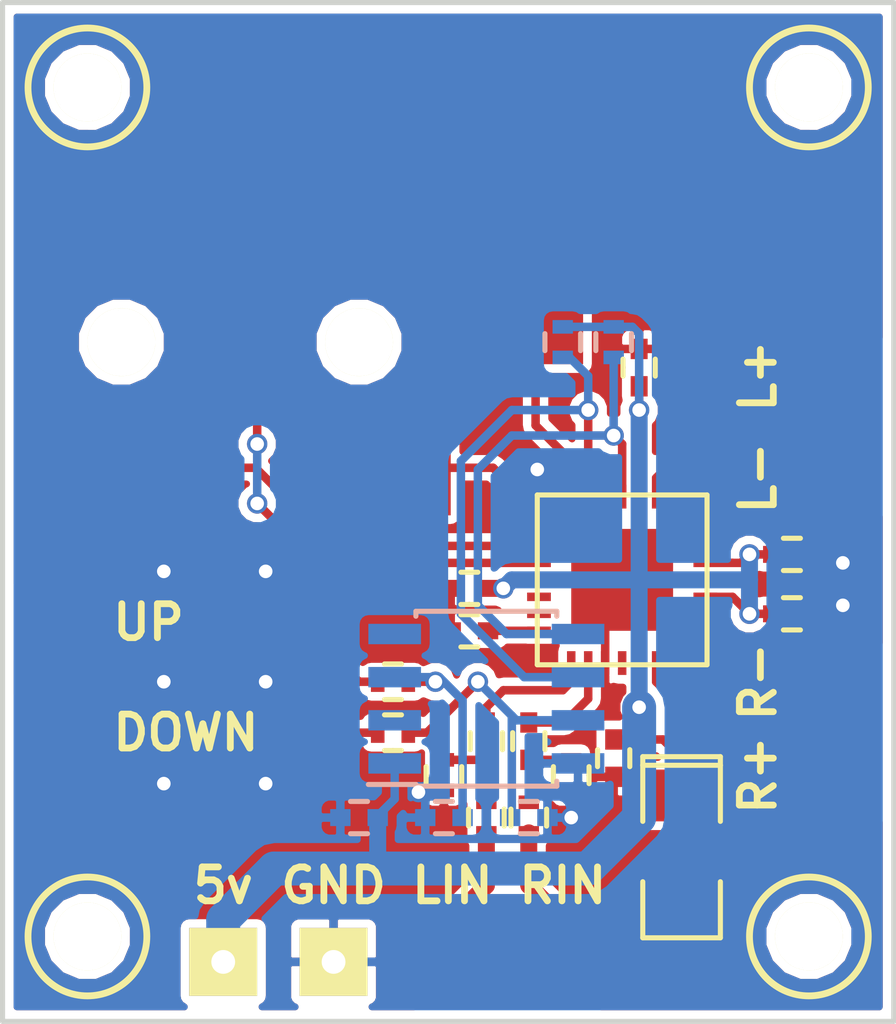
<source format=kicad_pcb>
(kicad_pcb (version 4) (host pcbnew 4.0.2-stable)

  (general
    (links 60)
    (no_connects 0)
    (area 129.342143 78.185 158.81262 111.215)
    (thickness 1.6)
    (drawings 18)
    (tracks 184)
    (zones 0)
    (modules 37)
    (nets 32)
  )

  (page A4)
  (layers
    (0 F.Cu signal)
    (31 B.Cu signal)
    (32 B.Adhes user)
    (33 F.Adhes user)
    (34 B.Paste user)
    (35 F.Paste user)
    (36 B.SilkS user)
    (37 F.SilkS user)
    (38 B.Mask user)
    (39 F.Mask user)
    (40 Dwgs.User user)
    (41 Cmts.User user)
    (42 Eco1.User user)
    (43 Eco2.User user)
    (44 Edge.Cuts user)
    (45 Margin user)
    (46 B.CrtYd user)
    (47 F.CrtYd user)
    (48 B.Fab user)
    (49 F.Fab user)
  )

  (setup
    (last_trace_width 0.25)
    (trace_clearance 0.19)
    (zone_clearance 0.25)
    (zone_45_only no)
    (trace_min 0.2)
    (segment_width 0.2)
    (edge_width 0.15)
    (via_size 0.6)
    (via_drill 0.4)
    (via_min_size 0.4)
    (via_min_drill 0.3)
    (uvia_size 0.3)
    (uvia_drill 0.1)
    (uvias_allowed no)
    (uvia_min_size 0.2)
    (uvia_min_drill 0.1)
    (pcb_text_width 0.3)
    (pcb_text_size 1.5 1.5)
    (mod_edge_width 0.15)
    (mod_text_size 1 1)
    (mod_text_width 0.15)
    (pad_size 2 2)
    (pad_drill 0.7)
    (pad_to_mask_clearance 0.2)
    (aux_axis_origin 0 0)
    (visible_elements 7FFCFFFF)
    (pcbplotparams
      (layerselection 0x00030_80000001)
      (usegerberextensions false)
      (excludeedgelayer true)
      (linewidth 0.100000)
      (plotframeref false)
      (viasonmask false)
      (mode 1)
      (useauxorigin false)
      (hpglpennumber 1)
      (hpglpenspeed 20)
      (hpglpendiameter 15)
      (hpglpenoverlay 2)
      (psnegative false)
      (psa4output false)
      (plotreference true)
      (plotvalue true)
      (plotinvisibletext false)
      (padsonsilk false)
      (subtractmaskfromsilk false)
      (outputformat 1)
      (mirror false)
      (drillshape 1)
      (scaleselection 1)
      (outputdirectory ""))
  )

  (net 0 "")
  (net 1 GND)
  (net 2 "Net-(C2-Pad1)")
  (net 3 "Net-(C4-Pad1)")
  (net 4 "Net-(C5-Pad2)")
  (net 5 "Net-(C6-Pad1)")
  (net 6 "Net-(C6-Pad2)")
  (net 7 "Net-(C7-Pad1)")
  (net 8 "Net-(C7-Pad2)")
  (net 9 "Net-(J1-Pad3)")
  (net 10 "Net-(J1-Pad1)")
  (net 11 "Net-(J1-Pad2)")
  (net 12 "Net-(J1-Pad4)")
  (net 13 "Net-(R1-Pad1)")
  (net 14 "Net-(R2-Pad1)")
  (net 15 "Net-(R5-Pad2)")
  (net 16 "Net-(R6-Pad2)")
  (net 17 "Net-(R7-Pad2)")
  (net 18 "Net-(R8-Pad2)")
  (net 19 "Net-(U1-Pad2)")
  (net 20 "Net-(U1-Pad4)")
  (net 21 "Net-(U2-Pad5)")
  (net 22 "Net-(U2-Pad6)")
  (net 23 "Net-(U2-Pad11)")
  (net 24 "Net-(U2-Pad13)")
  (net 25 "Net-(U2-Pad14)")
  (net 26 "Net-(U2-Pad15)")
  (net 27 "Net-(U2-Pad16)")
  (net 28 "Net-(U2-Pad21)")
  (net 29 "Net-(U2-Pad22)")
  (net 30 "Net-(U2-Pad23)")
  (net 31 VDD)

  (net_class Default "This is the default net class."
    (clearance 0.19)
    (trace_width 0.25)
    (via_dia 0.6)
    (via_drill 0.4)
    (uvia_dia 0.3)
    (uvia_drill 0.1)
    (add_net GND)
    (add_net "Net-(C2-Pad1)")
    (add_net "Net-(C4-Pad1)")
    (add_net "Net-(C5-Pad2)")
    (add_net "Net-(C6-Pad1)")
    (add_net "Net-(C6-Pad2)")
    (add_net "Net-(C7-Pad1)")
    (add_net "Net-(C7-Pad2)")
    (add_net "Net-(J1-Pad1)")
    (add_net "Net-(J1-Pad2)")
    (add_net "Net-(J1-Pad3)")
    (add_net "Net-(J1-Pad4)")
    (add_net "Net-(R1-Pad1)")
    (add_net "Net-(R2-Pad1)")
    (add_net "Net-(R5-Pad2)")
    (add_net "Net-(R6-Pad2)")
    (add_net "Net-(R7-Pad2)")
    (add_net "Net-(R8-Pad2)")
    (add_net "Net-(U1-Pad2)")
    (add_net "Net-(U1-Pad4)")
    (add_net "Net-(U2-Pad11)")
    (add_net "Net-(U2-Pad13)")
    (add_net "Net-(U2-Pad14)")
    (add_net "Net-(U2-Pad15)")
    (add_net "Net-(U2-Pad16)")
    (add_net "Net-(U2-Pad21)")
    (add_net "Net-(U2-Pad22)")
    (add_net "Net-(U2-Pad23)")
    (add_net "Net-(U2-Pad5)")
    (add_net "Net-(U2-Pad6)")
    (add_net VDD)
  )

  (module Headphone:Screw (layer F.Cu) (tedit 581FEC5B) (tstamp 581FEB08)
    (at 154.75 82)
    (fp_text reference Screw (at 0 2.4) (layer F.SilkS) hide
      (effects (font (size 1 1) (thickness 0.15)))
    )
    (fp_text value Screw (at 0 -2.7) (layer F.Fab)
      (effects (font (size 1 1) (thickness 0.15)))
    )
    (pad "" np_thru_hole circle (at 0 0) (size 2 2) (drill 2) (layers *.Cu *.Mask F.SilkS))
  )

  (module Headphone:Screw (layer F.Cu) (tedit 581FEC53) (tstamp 581FEB03)
    (at 154.75 107)
    (fp_text reference Screw (at 0 2.4) (layer F.SilkS) hide
      (effects (font (size 1 1) (thickness 0.15)))
    )
    (fp_text value Screw (at 0 -2.7) (layer F.Fab)
      (effects (font (size 1 1) (thickness 0.15)))
    )
    (pad "" np_thru_hole circle (at 0 0) (size 2 2) (drill 2) (layers *.Cu *.Mask F.SilkS))
  )

  (module Headphone:Screw (layer F.Cu) (tedit 581FEC55) (tstamp 581FEAF9)
    (at 133.5 107)
    (fp_text reference Screw (at 0 2.4) (layer F.SilkS) hide
      (effects (font (size 1 1) (thickness 0.15)))
    )
    (fp_text value Screw (at 0 -2.7) (layer F.Fab)
      (effects (font (size 1 1) (thickness 0.15)))
    )
    (pad "" np_thru_hole circle (at 0 0) (size 2 2) (drill 2) (layers *.Cu *.Mask F.SilkS))
  )

  (module Headphone:C_0402 (layer B.Cu) (tedit 581FE741) (tstamp 581FDD4F)
    (at 141.5 103.5 180)
    (descr "Capacitor SMD 0402, reflow soldering, AVX (see smccp.pdf)")
    (tags "capacitor 0402")
    (path /581FDAA7)
    (attr smd)
    (fp_text reference C1 (at 0 1.7 180) (layer B.SilkS) hide
      (effects (font (size 1 1) (thickness 0.15)) (justify mirror))
    )
    (fp_text value C (at 0 -1.7 180) (layer B.Fab)
      (effects (font (size 1 1) (thickness 0.15)) (justify mirror))
    )
    (fp_line (start -1.15 0.6) (end 1.15 0.6) (layer B.CrtYd) (width 0.05))
    (fp_line (start -1.15 -0.6) (end 1.15 -0.6) (layer B.CrtYd) (width 0.05))
    (fp_line (start -1.15 0.6) (end -1.15 -0.6) (layer B.CrtYd) (width 0.05))
    (fp_line (start 1.15 0.6) (end 1.15 -0.6) (layer B.CrtYd) (width 0.05))
    (fp_line (start 0.25 0.475) (end -0.25 0.475) (layer B.SilkS) (width 0.15))
    (fp_line (start -0.25 -0.475) (end 0.25 -0.475) (layer B.SilkS) (width 0.15))
    (pad 1 smd rect (at -0.55 0 180) (size 0.6 0.5) (layers B.Cu B.Paste B.Mask)
      (net 31 VDD))
    (pad 2 smd rect (at 0.55 0 180) (size 0.6 0.5) (layers B.Cu B.Paste B.Mask)
      (net 1 GND))
    (model Capacitors_SMD.3dshapes/C_0402.wrl
      (at (xyz 0 0 0))
      (scale (xyz 1 1 1))
      (rotate (xyz 0 0 0))
    )
  )

  (module Headphone:C_0402 (layer B.Cu) (tedit 581FE743) (tstamp 581FDD55)
    (at 144 103.5 180)
    (descr "Capacitor SMD 0402, reflow soldering, AVX (see smccp.pdf)")
    (tags "capacitor 0402")
    (path /581FF78D)
    (attr smd)
    (fp_text reference C2 (at 0 1.7 180) (layer B.SilkS) hide
      (effects (font (size 1 1) (thickness 0.15)) (justify mirror))
    )
    (fp_text value C (at 0 -1.7 180) (layer B.Fab)
      (effects (font (size 1 1) (thickness 0.15)) (justify mirror))
    )
    (fp_line (start -1.15 0.6) (end 1.15 0.6) (layer B.CrtYd) (width 0.05))
    (fp_line (start -1.15 -0.6) (end 1.15 -0.6) (layer B.CrtYd) (width 0.05))
    (fp_line (start -1.15 0.6) (end -1.15 -0.6) (layer B.CrtYd) (width 0.05))
    (fp_line (start 1.15 0.6) (end 1.15 -0.6) (layer B.CrtYd) (width 0.05))
    (fp_line (start 0.25 0.475) (end -0.25 0.475) (layer B.SilkS) (width 0.15))
    (fp_line (start -0.25 -0.475) (end 0.25 -0.475) (layer B.SilkS) (width 0.15))
    (pad 1 smd rect (at -0.55 0 180) (size 0.6 0.5) (layers B.Cu B.Paste B.Mask)
      (net 2 "Net-(C2-Pad1)"))
    (pad 2 smd rect (at 0.55 0 180) (size 0.6 0.5) (layers B.Cu B.Paste B.Mask)
      (net 1 GND))
    (model Capacitors_SMD.3dshapes/C_0402.wrl
      (at (xyz 0 0 0))
      (scale (xyz 1 1 1))
      (rotate (xyz 0 0 0))
    )
  )

  (module Headphone:C_0402 (layer F.Cu) (tedit 581FE6BE) (tstamp 581FDD5B)
    (at 144.75 96.75 180)
    (descr "Capacitor SMD 0402, reflow soldering, AVX (see smccp.pdf)")
    (tags "capacitor 0402")
    (path /581FDC83)
    (attr smd)
    (fp_text reference C3 (at 0 -1.7 180) (layer F.SilkS) hide
      (effects (font (size 1 1) (thickness 0.15)))
    )
    (fp_text value C (at 0 1.7 180) (layer F.Fab)
      (effects (font (size 1 1) (thickness 0.15)))
    )
    (fp_line (start -1.15 -0.6) (end 1.15 -0.6) (layer F.CrtYd) (width 0.05))
    (fp_line (start -1.15 0.6) (end 1.15 0.6) (layer F.CrtYd) (width 0.05))
    (fp_line (start -1.15 -0.6) (end -1.15 0.6) (layer F.CrtYd) (width 0.05))
    (fp_line (start 1.15 -0.6) (end 1.15 0.6) (layer F.CrtYd) (width 0.05))
    (fp_line (start 0.25 -0.475) (end -0.25 -0.475) (layer F.SilkS) (width 0.15))
    (fp_line (start -0.25 0.475) (end 0.25 0.475) (layer F.SilkS) (width 0.15))
    (pad 1 smd rect (at -0.55 0 180) (size 0.6 0.5) (layers F.Cu F.Paste F.Mask)
      (net 31 VDD))
    (pad 2 smd rect (at 0.55 0 180) (size 0.6 0.5) (layers F.Cu F.Paste F.Mask)
      (net 1 GND))
    (model Capacitors_SMD.3dshapes/C_0402.wrl
      (at (xyz 0 0 0))
      (scale (xyz 1 1 1))
      (rotate (xyz 0 0 0))
    )
  )

  (module Headphone:C_0402 (layer F.Cu) (tedit 581FE6BB) (tstamp 581FDD61)
    (at 144.75 98 180)
    (descr "Capacitor SMD 0402, reflow soldering, AVX (see smccp.pdf)")
    (tags "capacitor 0402")
    (path /582061B0)
    (attr smd)
    (fp_text reference C4 (at 0 -1.7 180) (layer F.SilkS) hide
      (effects (font (size 1 1) (thickness 0.15)))
    )
    (fp_text value C (at 0 1.7 180) (layer F.Fab)
      (effects (font (size 1 1) (thickness 0.15)))
    )
    (fp_line (start -1.15 -0.6) (end 1.15 -0.6) (layer F.CrtYd) (width 0.05))
    (fp_line (start -1.15 0.6) (end 1.15 0.6) (layer F.CrtYd) (width 0.05))
    (fp_line (start -1.15 -0.6) (end -1.15 0.6) (layer F.CrtYd) (width 0.05))
    (fp_line (start 1.15 -0.6) (end 1.15 0.6) (layer F.CrtYd) (width 0.05))
    (fp_line (start 0.25 -0.475) (end -0.25 -0.475) (layer F.SilkS) (width 0.15))
    (fp_line (start -0.25 0.475) (end 0.25 0.475) (layer F.SilkS) (width 0.15))
    (pad 1 smd rect (at -0.55 0 180) (size 0.6 0.5) (layers F.Cu F.Paste F.Mask)
      (net 3 "Net-(C4-Pad1)"))
    (pad 2 smd rect (at 0.55 0 180) (size 0.6 0.5) (layers F.Cu F.Paste F.Mask)
      (net 1 GND))
    (model Capacitors_SMD.3dshapes/C_0402.wrl
      (at (xyz 0 0 0))
      (scale (xyz 1 1 1))
      (rotate (xyz 0 0 0))
    )
  )

  (module Headphone:C_0402 (layer B.Cu) (tedit 581FE747) (tstamp 581FDD67)
    (at 146.5 103.5 180)
    (descr "Capacitor SMD 0402, reflow soldering, AVX (see smccp.pdf)")
    (tags "capacitor 0402")
    (path /581FF805)
    (attr smd)
    (fp_text reference C5 (at 0 1.7 180) (layer B.SilkS) hide
      (effects (font (size 1 1) (thickness 0.15)) (justify mirror))
    )
    (fp_text value C (at 0 -1.7 180) (layer B.Fab)
      (effects (font (size 1 1) (thickness 0.15)) (justify mirror))
    )
    (fp_line (start -1.15 0.6) (end 1.15 0.6) (layer B.CrtYd) (width 0.05))
    (fp_line (start -1.15 -0.6) (end 1.15 -0.6) (layer B.CrtYd) (width 0.05))
    (fp_line (start -1.15 0.6) (end -1.15 -0.6) (layer B.CrtYd) (width 0.05))
    (fp_line (start 1.15 0.6) (end 1.15 -0.6) (layer B.CrtYd) (width 0.05))
    (fp_line (start 0.25 0.475) (end -0.25 0.475) (layer B.SilkS) (width 0.15))
    (fp_line (start -0.25 -0.475) (end 0.25 -0.475) (layer B.SilkS) (width 0.15))
    (pad 1 smd rect (at -0.55 0 180) (size 0.6 0.5) (layers B.Cu B.Paste B.Mask)
      (net 1 GND))
    (pad 2 smd rect (at 0.55 0 180) (size 0.6 0.5) (layers B.Cu B.Paste B.Mask)
      (net 4 "Net-(C5-Pad2)"))
    (model Capacitors_SMD.3dshapes/C_0402.wrl
      (at (xyz 0 0 0))
      (scale (xyz 1 1 1))
      (rotate (xyz 0 0 0))
    )
  )

  (module Headphone:C_0402 (layer F.Cu) (tedit 581FE6B7) (tstamp 581FDD6D)
    (at 145.25 101.25 270)
    (descr "Capacitor SMD 0402, reflow soldering, AVX (see smccp.pdf)")
    (tags "capacitor 0402")
    (path /581FE112)
    (attr smd)
    (fp_text reference C6 (at 0 -1.7 270) (layer F.SilkS) hide
      (effects (font (size 1 1) (thickness 0.15)))
    )
    (fp_text value C (at 0 1.7 270) (layer F.Fab)
      (effects (font (size 1 1) (thickness 0.15)))
    )
    (fp_line (start -1.15 -0.6) (end 1.15 -0.6) (layer F.CrtYd) (width 0.05))
    (fp_line (start -1.15 0.6) (end 1.15 0.6) (layer F.CrtYd) (width 0.05))
    (fp_line (start -1.15 -0.6) (end -1.15 0.6) (layer F.CrtYd) (width 0.05))
    (fp_line (start 1.15 -0.6) (end 1.15 0.6) (layer F.CrtYd) (width 0.05))
    (fp_line (start 0.25 -0.475) (end -0.25 -0.475) (layer F.SilkS) (width 0.15))
    (fp_line (start -0.25 0.475) (end 0.25 0.475) (layer F.SilkS) (width 0.15))
    (pad 1 smd rect (at -0.55 0 270) (size 0.6 0.5) (layers F.Cu F.Paste F.Mask)
      (net 5 "Net-(C6-Pad1)"))
    (pad 2 smd rect (at 0.55 0 270) (size 0.6 0.5) (layers F.Cu F.Paste F.Mask)
      (net 6 "Net-(C6-Pad2)"))
    (model Capacitors_SMD.3dshapes/C_0402.wrl
      (at (xyz 0 0 0))
      (scale (xyz 1 1 1))
      (rotate (xyz 0 0 0))
    )
  )

  (module Headphone:C_0402 (layer F.Cu) (tedit 581FE6B4) (tstamp 581FDD73)
    (at 146.5 101.25 270)
    (descr "Capacitor SMD 0402, reflow soldering, AVX (see smccp.pdf)")
    (tags "capacitor 0402")
    (path /581FE080)
    (attr smd)
    (fp_text reference C7 (at 0 -1.7 270) (layer F.SilkS) hide
      (effects (font (size 1 1) (thickness 0.15)))
    )
    (fp_text value C (at 0 1.7 270) (layer F.Fab)
      (effects (font (size 1 1) (thickness 0.15)))
    )
    (fp_line (start -1.15 -0.6) (end 1.15 -0.6) (layer F.CrtYd) (width 0.05))
    (fp_line (start -1.15 0.6) (end 1.15 0.6) (layer F.CrtYd) (width 0.05))
    (fp_line (start -1.15 -0.6) (end -1.15 0.6) (layer F.CrtYd) (width 0.05))
    (fp_line (start 1.15 -0.6) (end 1.15 0.6) (layer F.CrtYd) (width 0.05))
    (fp_line (start 0.25 -0.475) (end -0.25 -0.475) (layer F.SilkS) (width 0.15))
    (fp_line (start -0.25 0.475) (end 0.25 0.475) (layer F.SilkS) (width 0.15))
    (pad 1 smd rect (at -0.55 0 270) (size 0.6 0.5) (layers F.Cu F.Paste F.Mask)
      (net 7 "Net-(C7-Pad1)"))
    (pad 2 smd rect (at 0.55 0 270) (size 0.6 0.5) (layers F.Cu F.Paste F.Mask)
      (net 8 "Net-(C7-Pad2)"))
    (model Capacitors_SMD.3dshapes/C_0402.wrl
      (at (xyz 0 0 0))
      (scale (xyz 1 1 1))
      (rotate (xyz 0 0 0))
    )
  )

  (module Headphone:C_0402 (layer F.Cu) (tedit 581FE6C9) (tstamp 581FDD79)
    (at 149.75 90.25 270)
    (descr "Capacitor SMD 0402, reflow soldering, AVX (see smccp.pdf)")
    (tags "capacitor 0402")
    (path /581FDB29)
    (attr smd)
    (fp_text reference C8 (at 0 -1.7 270) (layer F.SilkS) hide
      (effects (font (size 1 1) (thickness 0.15)))
    )
    (fp_text value C (at 0 1.7 270) (layer F.Fab)
      (effects (font (size 1 1) (thickness 0.15)))
    )
    (fp_line (start -1.15 -0.6) (end 1.15 -0.6) (layer F.CrtYd) (width 0.05))
    (fp_line (start -1.15 0.6) (end 1.15 0.6) (layer F.CrtYd) (width 0.05))
    (fp_line (start -1.15 -0.6) (end -1.15 0.6) (layer F.CrtYd) (width 0.05))
    (fp_line (start 1.15 -0.6) (end 1.15 0.6) (layer F.CrtYd) (width 0.05))
    (fp_line (start 0.25 -0.475) (end -0.25 -0.475) (layer F.SilkS) (width 0.15))
    (fp_line (start -0.25 0.475) (end 0.25 0.475) (layer F.SilkS) (width 0.15))
    (pad 1 smd rect (at -0.55 0 270) (size 0.6 0.5) (layers F.Cu F.Paste F.Mask)
      (net 1 GND))
    (pad 2 smd rect (at 0.55 0 270) (size 0.6 0.5) (layers F.Cu F.Paste F.Mask)
      (net 31 VDD))
    (model Capacitors_SMD.3dshapes/C_0402.wrl
      (at (xyz 0 0 0))
      (scale (xyz 1 1 1))
      (rotate (xyz 0 0 0))
    )
  )

  (module Headphone:SMD-1206_Pol (layer F.Cu) (tedit 57D0A947) (tstamp 581FDD7F)
    (at 151 104.5 270)
    (path /581FDECE)
    (attr smd)
    (fp_text reference C9 (at -0.05 -2.55 270) (layer F.SilkS) hide
      (effects (font (size 1 1) (thickness 0.15)))
    )
    (fp_text value CP (at -0.05 3.85 270) (layer F.Fab)
      (effects (font (size 1 1) (thickness 0.15)))
    )
    (fp_line (start -2.54 -1.143) (end -2.794 -1.143) (layer F.SilkS) (width 0.15))
    (fp_line (start -2.794 -1.143) (end -2.794 1.143) (layer F.SilkS) (width 0.15))
    (fp_line (start -2.794 1.143) (end -2.54 1.143) (layer F.SilkS) (width 0.15))
    (fp_line (start -2.54 -1.143) (end -2.54 1.143) (layer F.SilkS) (width 0.15))
    (fp_line (start -2.54 1.143) (end -0.889 1.143) (layer F.SilkS) (width 0.15))
    (fp_line (start 0.889 -1.143) (end 2.54 -1.143) (layer F.SilkS) (width 0.15))
    (fp_line (start 2.54 -1.143) (end 2.54 1.143) (layer F.SilkS) (width 0.15))
    (fp_line (start 2.54 1.143) (end 0.889 1.143) (layer F.SilkS) (width 0.15))
    (fp_line (start -0.889 -1.143) (end -2.54 -1.143) (layer F.SilkS) (width 0.15))
    (pad 1 smd rect (at -1.651 0 270) (size 1.524 2.032) (layers F.Cu F.Paste F.Mask)
      (net 31 VDD))
    (pad 2 smd rect (at 1.651 0 270) (size 1.524 2.032) (layers F.Cu F.Paste F.Mask)
      (net 1 GND))
    (model SMD_Packages.3dshapes/SMD-1206_Pol.wrl
      (at (xyz 0 0 0))
      (scale (xyz 0.17 0.16 0.16))
      (rotate (xyz 0 0 0))
    )
  )

  (module Headphone:C_0402 (layer F.Cu) (tedit 581FE6AA) (tstamp 581FDD85)
    (at 149 101.75 90)
    (descr "Capacitor SMD 0402, reflow soldering, AVX (see smccp.pdf)")
    (tags "capacitor 0402")
    (path /581FDE34)
    (attr smd)
    (fp_text reference C10 (at 0 -1.7 90) (layer F.SilkS) hide
      (effects (font (size 1 1) (thickness 0.15)))
    )
    (fp_text value C (at 0 1.7 90) (layer F.Fab)
      (effects (font (size 1 1) (thickness 0.15)))
    )
    (fp_line (start -1.15 -0.6) (end 1.15 -0.6) (layer F.CrtYd) (width 0.05))
    (fp_line (start -1.15 0.6) (end 1.15 0.6) (layer F.CrtYd) (width 0.05))
    (fp_line (start -1.15 -0.6) (end -1.15 0.6) (layer F.CrtYd) (width 0.05))
    (fp_line (start 1.15 -0.6) (end 1.15 0.6) (layer F.CrtYd) (width 0.05))
    (fp_line (start 0.25 -0.475) (end -0.25 -0.475) (layer F.SilkS) (width 0.15))
    (fp_line (start -0.25 0.475) (end 0.25 0.475) (layer F.SilkS) (width 0.15))
    (pad 1 smd rect (at -0.55 0 90) (size 0.6 0.5) (layers F.Cu F.Paste F.Mask)
      (net 1 GND))
    (pad 2 smd rect (at 0.55 0 90) (size 0.6 0.5) (layers F.Cu F.Paste F.Mask)
      (net 31 VDD))
    (model Capacitors_SMD.3dshapes/C_0402.wrl
      (at (xyz 0 0 0))
      (scale (xyz 1 1 1))
      (rotate (xyz 0 0 0))
    )
  )

  (module Headphone:C_0402 (layer F.Cu) (tedit 581FE6C6) (tstamp 581FDD8B)
    (at 154.25 95.75 180)
    (descr "Capacitor SMD 0402, reflow soldering, AVX (see smccp.pdf)")
    (tags "capacitor 0402")
    (path /581FDD93)
    (attr smd)
    (fp_text reference C11 (at 0 -1.7 180) (layer F.SilkS) hide
      (effects (font (size 1 1) (thickness 0.15)))
    )
    (fp_text value C (at 0 1.7 180) (layer F.Fab)
      (effects (font (size 1 1) (thickness 0.15)))
    )
    (fp_line (start -1.15 -0.6) (end 1.15 -0.6) (layer F.CrtYd) (width 0.05))
    (fp_line (start -1.15 0.6) (end 1.15 0.6) (layer F.CrtYd) (width 0.05))
    (fp_line (start -1.15 -0.6) (end -1.15 0.6) (layer F.CrtYd) (width 0.05))
    (fp_line (start 1.15 -0.6) (end 1.15 0.6) (layer F.CrtYd) (width 0.05))
    (fp_line (start 0.25 -0.475) (end -0.25 -0.475) (layer F.SilkS) (width 0.15))
    (fp_line (start -0.25 0.475) (end 0.25 0.475) (layer F.SilkS) (width 0.15))
    (pad 1 smd rect (at -0.55 0 180) (size 0.6 0.5) (layers F.Cu F.Paste F.Mask)
      (net 1 GND))
    (pad 2 smd rect (at 0.55 0 180) (size 0.6 0.5) (layers F.Cu F.Paste F.Mask)
      (net 31 VDD))
    (model Capacitors_SMD.3dshapes/C_0402.wrl
      (at (xyz 0 0 0))
      (scale (xyz 1 1 1))
      (rotate (xyz 0 0 0))
    )
  )

  (module Headphone:C_0402 (layer F.Cu) (tedit 581FE6C4) (tstamp 581FDD91)
    (at 154.25 97.5 180)
    (descr "Capacitor SMD 0402, reflow soldering, AVX (see smccp.pdf)")
    (tags "capacitor 0402")
    (path /581FDE0B)
    (attr smd)
    (fp_text reference C12 (at 0 -1.7 180) (layer F.SilkS) hide
      (effects (font (size 1 1) (thickness 0.15)))
    )
    (fp_text value C (at 0 1.7 180) (layer F.Fab)
      (effects (font (size 1 1) (thickness 0.15)))
    )
    (fp_line (start -1.15 -0.6) (end 1.15 -0.6) (layer F.CrtYd) (width 0.05))
    (fp_line (start -1.15 0.6) (end 1.15 0.6) (layer F.CrtYd) (width 0.05))
    (fp_line (start -1.15 -0.6) (end -1.15 0.6) (layer F.CrtYd) (width 0.05))
    (fp_line (start 1.15 -0.6) (end 1.15 0.6) (layer F.CrtYd) (width 0.05))
    (fp_line (start 0.25 -0.475) (end -0.25 -0.475) (layer F.SilkS) (width 0.15))
    (fp_line (start -0.25 0.475) (end 0.25 0.475) (layer F.SilkS) (width 0.15))
    (pad 1 smd rect (at -0.55 0 180) (size 0.6 0.5) (layers F.Cu F.Paste F.Mask)
      (net 1 GND))
    (pad 2 smd rect (at 0.55 0 180) (size 0.6 0.5) (layers F.Cu F.Paste F.Mask)
      (net 31 VDD))
    (model Capacitors_SMD.3dshapes/C_0402.wrl
      (at (xyz 0 0 0))
      (scale (xyz 1 1 1))
      (rotate (xyz 0 0 0))
    )
  )

  (module Headphone:R_0402 (layer F.Cu) (tedit 581FE73F) (tstamp 581FDD9F)
    (at 142.5 99.5)
    (descr "Resistor SMD 0402, reflow soldering, Vishay (see dcrcw.pdf)")
    (tags "resistor 0402")
    (path /582007BD)
    (attr smd)
    (fp_text reference R1 (at 0 -1.8) (layer F.SilkS) hide
      (effects (font (size 1 1) (thickness 0.15)))
    )
    (fp_text value R (at 0 1.8) (layer F.Fab)
      (effects (font (size 1 1) (thickness 0.15)))
    )
    (fp_line (start -0.95 -0.65) (end 0.95 -0.65) (layer F.CrtYd) (width 0.05))
    (fp_line (start -0.95 0.65) (end 0.95 0.65) (layer F.CrtYd) (width 0.05))
    (fp_line (start -0.95 -0.65) (end -0.95 0.65) (layer F.CrtYd) (width 0.05))
    (fp_line (start 0.95 -0.65) (end 0.95 0.65) (layer F.CrtYd) (width 0.05))
    (fp_line (start 0.25 -0.525) (end -0.25 -0.525) (layer F.SilkS) (width 0.15))
    (fp_line (start -0.25 0.525) (end 0.25 0.525) (layer F.SilkS) (width 0.15))
    (pad 1 smd rect (at -0.45 0) (size 0.4 0.6) (layers F.Cu F.Paste F.Mask)
      (net 13 "Net-(R1-Pad1)"))
    (pad 2 smd rect (at 0.45 0) (size 0.4 0.6) (layers F.Cu F.Paste F.Mask)
      (net 2 "Net-(C2-Pad1)"))
    (model Resistors_SMD.3dshapes/R_0402.wrl
      (at (xyz 0 0 0))
      (scale (xyz 1 1 1))
      (rotate (xyz 0 0 0))
    )
  )

  (module Headphone:R_0402 (layer F.Cu) (tedit 581FE73C) (tstamp 581FDDA5)
    (at 142.5 101)
    (descr "Resistor SMD 0402, reflow soldering, Vishay (see dcrcw.pdf)")
    (tags "resistor 0402")
    (path /5820083F)
    (attr smd)
    (fp_text reference R2 (at 0 -1.8) (layer F.SilkS) hide
      (effects (font (size 1 1) (thickness 0.15)))
    )
    (fp_text value R (at 0 1.8) (layer F.Fab)
      (effects (font (size 1 1) (thickness 0.15)))
    )
    (fp_line (start -0.95 -0.65) (end 0.95 -0.65) (layer F.CrtYd) (width 0.05))
    (fp_line (start -0.95 0.65) (end 0.95 0.65) (layer F.CrtYd) (width 0.05))
    (fp_line (start -0.95 -0.65) (end -0.95 0.65) (layer F.CrtYd) (width 0.05))
    (fp_line (start 0.95 -0.65) (end 0.95 0.65) (layer F.CrtYd) (width 0.05))
    (fp_line (start 0.25 -0.525) (end -0.25 -0.525) (layer F.SilkS) (width 0.15))
    (fp_line (start -0.25 0.525) (end 0.25 0.525) (layer F.SilkS) (width 0.15))
    (pad 1 smd rect (at -0.45 0) (size 0.4 0.6) (layers F.Cu F.Paste F.Mask)
      (net 14 "Net-(R2-Pad1)"))
    (pad 2 smd rect (at 0.45 0) (size 0.4 0.6) (layers F.Cu F.Paste F.Mask)
      (net 4 "Net-(C5-Pad2)"))
    (model Resistors_SMD.3dshapes/R_0402.wrl
      (at (xyz 0 0 0))
      (scale (xyz 1 1 1))
      (rotate (xyz 0 0 0))
    )
  )

  (module Headphone:R_0402 (layer F.Cu) (tedit 581FE6A7) (tstamp 581FDDAB)
    (at 144 102.25 270)
    (descr "Resistor SMD 0402, reflow soldering, Vishay (see dcrcw.pdf)")
    (tags "resistor 0402")
    (path /581FE8D8)
    (attr smd)
    (fp_text reference R3 (at 0 -1.8 270) (layer F.SilkS) hide
      (effects (font (size 1 1) (thickness 0.15)))
    )
    (fp_text value R (at 0 1.8 270) (layer F.Fab)
      (effects (font (size 1 1) (thickness 0.15)))
    )
    (fp_line (start -0.95 -0.65) (end 0.95 -0.65) (layer F.CrtYd) (width 0.05))
    (fp_line (start -0.95 0.65) (end 0.95 0.65) (layer F.CrtYd) (width 0.05))
    (fp_line (start -0.95 -0.65) (end -0.95 0.65) (layer F.CrtYd) (width 0.05))
    (fp_line (start 0.95 -0.65) (end 0.95 0.65) (layer F.CrtYd) (width 0.05))
    (fp_line (start 0.25 -0.525) (end -0.25 -0.525) (layer F.SilkS) (width 0.15))
    (fp_line (start -0.25 0.525) (end 0.25 0.525) (layer F.SilkS) (width 0.15))
    (pad 1 smd rect (at -0.45 0 270) (size 0.4 0.6) (layers F.Cu F.Paste F.Mask)
      (net 6 "Net-(C6-Pad2)"))
    (pad 2 smd rect (at 0.45 0 270) (size 0.4 0.6) (layers F.Cu F.Paste F.Mask)
      (net 1 GND))
    (model Resistors_SMD.3dshapes/R_0402.wrl
      (at (xyz 0 0 0))
      (scale (xyz 1 1 1))
      (rotate (xyz 0 0 0))
    )
  )

  (module Headphone:R_0402 (layer F.Cu) (tedit 581FE6B0) (tstamp 581FDDB1)
    (at 147.75 102.25 270)
    (descr "Resistor SMD 0402, reflow soldering, Vishay (see dcrcw.pdf)")
    (tags "resistor 0402")
    (path /581FE94A)
    (attr smd)
    (fp_text reference R4 (at 0 -1.8 270) (layer F.SilkS) hide
      (effects (font (size 1 1) (thickness 0.15)))
    )
    (fp_text value R (at 0 1.8 270) (layer F.Fab)
      (effects (font (size 1 1) (thickness 0.15)))
    )
    (fp_line (start -0.95 -0.65) (end 0.95 -0.65) (layer F.CrtYd) (width 0.05))
    (fp_line (start -0.95 0.65) (end 0.95 0.65) (layer F.CrtYd) (width 0.05))
    (fp_line (start -0.95 -0.65) (end -0.95 0.65) (layer F.CrtYd) (width 0.05))
    (fp_line (start 0.95 -0.65) (end 0.95 0.65) (layer F.CrtYd) (width 0.05))
    (fp_line (start 0.25 -0.525) (end -0.25 -0.525) (layer F.SilkS) (width 0.15))
    (fp_line (start -0.25 0.525) (end 0.25 0.525) (layer F.SilkS) (width 0.15))
    (pad 1 smd rect (at -0.45 0 270) (size 0.4 0.6) (layers F.Cu F.Paste F.Mask)
      (net 8 "Net-(C7-Pad2)"))
    (pad 2 smd rect (at 0.45 0 270) (size 0.4 0.6) (layers F.Cu F.Paste F.Mask)
      (net 1 GND))
    (model Resistors_SMD.3dshapes/R_0402.wrl
      (at (xyz 0 0 0))
      (scale (xyz 1 1 1))
      (rotate (xyz 0 0 0))
    )
  )

  (module Headphone:R_0402 (layer B.Cu) (tedit 581FE6D6) (tstamp 581FDDB7)
    (at 147.5 89.5 270)
    (descr "Resistor SMD 0402, reflow soldering, Vishay (see dcrcw.pdf)")
    (tags "resistor 0402")
    (path /581FFA16)
    (attr smd)
    (fp_text reference R5 (at 0 1.8 270) (layer B.SilkS) hide
      (effects (font (size 1 1) (thickness 0.15)) (justify mirror))
    )
    (fp_text value R (at 0 -1.8 270) (layer B.Fab)
      (effects (font (size 1 1) (thickness 0.15)) (justify mirror))
    )
    (fp_line (start -0.95 0.65) (end 0.95 0.65) (layer B.CrtYd) (width 0.05))
    (fp_line (start -0.95 -0.65) (end 0.95 -0.65) (layer B.CrtYd) (width 0.05))
    (fp_line (start -0.95 0.65) (end -0.95 -0.65) (layer B.CrtYd) (width 0.05))
    (fp_line (start 0.95 0.65) (end 0.95 -0.65) (layer B.CrtYd) (width 0.05))
    (fp_line (start 0.25 0.525) (end -0.25 0.525) (layer B.SilkS) (width 0.15))
    (fp_line (start -0.25 -0.525) (end 0.25 -0.525) (layer B.SilkS) (width 0.15))
    (pad 1 smd rect (at -0.45 0 270) (size 0.4 0.6) (layers B.Cu B.Paste B.Mask)
      (net 31 VDD))
    (pad 2 smd rect (at 0.45 0 270) (size 0.4 0.6) (layers B.Cu B.Paste B.Mask)
      (net 15 "Net-(R5-Pad2)"))
    (model Resistors_SMD.3dshapes/R_0402.wrl
      (at (xyz 0 0 0))
      (scale (xyz 1 1 1))
      (rotate (xyz 0 0 0))
    )
  )

  (module Headphone:R_0402 (layer F.Cu) (tedit 581FE6AC) (tstamp 581FDDBD)
    (at 145.25 103.5 270)
    (descr "Resistor SMD 0402, reflow soldering, Vishay (see dcrcw.pdf)")
    (tags "resistor 0402")
    (path /581FE2D0)
    (attr smd)
    (fp_text reference R6 (at 0 -1.8 270) (layer F.SilkS) hide
      (effects (font (size 1 1) (thickness 0.15)))
    )
    (fp_text value R (at 0 1.8 270) (layer F.Fab)
      (effects (font (size 1 1) (thickness 0.15)))
    )
    (fp_line (start -0.95 -0.65) (end 0.95 -0.65) (layer F.CrtYd) (width 0.05))
    (fp_line (start -0.95 0.65) (end 0.95 0.65) (layer F.CrtYd) (width 0.05))
    (fp_line (start -0.95 -0.65) (end -0.95 0.65) (layer F.CrtYd) (width 0.05))
    (fp_line (start 0.95 -0.65) (end 0.95 0.65) (layer F.CrtYd) (width 0.05))
    (fp_line (start 0.25 -0.525) (end -0.25 -0.525) (layer F.SilkS) (width 0.15))
    (fp_line (start -0.25 0.525) (end 0.25 0.525) (layer F.SilkS) (width 0.15))
    (pad 1 smd rect (at -0.45 0 270) (size 0.4 0.6) (layers F.Cu F.Paste F.Mask)
      (net 6 "Net-(C6-Pad2)"))
    (pad 2 smd rect (at 0.45 0 270) (size 0.4 0.6) (layers F.Cu F.Paste F.Mask)
      (net 16 "Net-(R6-Pad2)"))
    (model Resistors_SMD.3dshapes/R_0402.wrl
      (at (xyz 0 0 0))
      (scale (xyz 1 1 1))
      (rotate (xyz 0 0 0))
    )
  )

  (module Headphone:R_0402 (layer B.Cu) (tedit 581FE6D3) (tstamp 581FDDC3)
    (at 149 89.5 270)
    (descr "Resistor SMD 0402, reflow soldering, Vishay (see dcrcw.pdf)")
    (tags "resistor 0402")
    (path /581FFB6E)
    (attr smd)
    (fp_text reference R7 (at 0 1.8 270) (layer B.SilkS) hide
      (effects (font (size 1 1) (thickness 0.15)) (justify mirror))
    )
    (fp_text value R (at 0 -1.8 270) (layer B.Fab)
      (effects (font (size 1 1) (thickness 0.15)) (justify mirror))
    )
    (fp_line (start -0.95 0.65) (end 0.95 0.65) (layer B.CrtYd) (width 0.05))
    (fp_line (start -0.95 -0.65) (end 0.95 -0.65) (layer B.CrtYd) (width 0.05))
    (fp_line (start -0.95 0.65) (end -0.95 -0.65) (layer B.CrtYd) (width 0.05))
    (fp_line (start 0.95 0.65) (end 0.95 -0.65) (layer B.CrtYd) (width 0.05))
    (fp_line (start 0.25 0.525) (end -0.25 0.525) (layer B.SilkS) (width 0.15))
    (fp_line (start -0.25 -0.525) (end 0.25 -0.525) (layer B.SilkS) (width 0.15))
    (pad 1 smd rect (at -0.45 0 270) (size 0.4 0.6) (layers B.Cu B.Paste B.Mask)
      (net 31 VDD))
    (pad 2 smd rect (at 0.45 0 270) (size 0.4 0.6) (layers B.Cu B.Paste B.Mask)
      (net 17 "Net-(R7-Pad2)"))
    (model Resistors_SMD.3dshapes/R_0402.wrl
      (at (xyz 0 0 0))
      (scale (xyz 1 1 1))
      (rotate (xyz 0 0 0))
    )
  )

  (module Headphone:R_0402 (layer F.Cu) (tedit 581FE6AE) (tstamp 581FDDC9)
    (at 146.5 103.5 270)
    (descr "Resistor SMD 0402, reflow soldering, Vishay (see dcrcw.pdf)")
    (tags "resistor 0402")
    (path /581FE83A)
    (attr smd)
    (fp_text reference R8 (at 0 -1.8 270) (layer F.SilkS) hide
      (effects (font (size 1 1) (thickness 0.15)))
    )
    (fp_text value R (at 0 1.8 270) (layer F.Fab)
      (effects (font (size 1 1) (thickness 0.15)))
    )
    (fp_line (start -0.95 -0.65) (end 0.95 -0.65) (layer F.CrtYd) (width 0.05))
    (fp_line (start -0.95 0.65) (end 0.95 0.65) (layer F.CrtYd) (width 0.05))
    (fp_line (start -0.95 -0.65) (end -0.95 0.65) (layer F.CrtYd) (width 0.05))
    (fp_line (start 0.95 -0.65) (end 0.95 0.65) (layer F.CrtYd) (width 0.05))
    (fp_line (start 0.25 -0.525) (end -0.25 -0.525) (layer F.SilkS) (width 0.15))
    (fp_line (start -0.25 0.525) (end 0.25 0.525) (layer F.SilkS) (width 0.15))
    (pad 1 smd rect (at -0.45 0 270) (size 0.4 0.6) (layers F.Cu F.Paste F.Mask)
      (net 8 "Net-(C7-Pad2)"))
    (pad 2 smd rect (at 0.45 0 270) (size 0.4 0.6) (layers F.Cu F.Paste F.Mask)
      (net 18 "Net-(R8-Pad2)"))
    (model Resistors_SMD.3dshapes/R_0402.wrl
      (at (xyz 0 0 0))
      (scale (xyz 1 1 1))
      (rotate (xyz 0 0 0))
    )
  )

  (module Headphone:SOIC-8_3.9x4.9mm_Pitch1.27mm (layer B.Cu) (tedit 581FE752) (tstamp 581FDDD5)
    (at 145.25 100)
    (descr "8-Lead Plastic Small Outline (SN) - Narrow, 3.90 mm Body [SOIC] (see Microchip Packaging Specification 00000049BS.pdf)")
    (tags "SOIC 1.27")
    (path /581FDA06)
    (attr smd)
    (fp_text reference U1 (at 0 3.5) (layer B.SilkS) hide
      (effects (font (size 1 1) (thickness 0.15)) (justify mirror))
    )
    (fp_text value PIC12F1822 (at 0 -3.5) (layer B.Fab)
      (effects (font (size 1 1) (thickness 0.15)) (justify mirror))
    )
    (fp_circle (center -1.5 2) (end -1.75 2) (layer B.Fab) (width 0.15))
    (fp_line (start -1.95 2.45) (end -1.95 -2.45) (layer B.Fab) (width 0.15))
    (fp_line (start 1.95 2.45) (end -1.95 2.45) (layer B.Fab) (width 0.15))
    (fp_line (start 1.95 -2.45) (end 1.95 2.45) (layer B.Fab) (width 0.15))
    (fp_line (start -1.95 -2.45) (end 1.95 -2.45) (layer B.Fab) (width 0.15))
    (fp_line (start -3.75 2.75) (end -3.75 -2.75) (layer B.CrtYd) (width 0.05))
    (fp_line (start 3.75 2.75) (end 3.75 -2.75) (layer B.CrtYd) (width 0.05))
    (fp_line (start -3.75 2.75) (end 3.75 2.75) (layer B.CrtYd) (width 0.05))
    (fp_line (start -3.75 -2.75) (end 3.75 -2.75) (layer B.CrtYd) (width 0.05))
    (fp_line (start -2.075 2.575) (end -2.075 2.525) (layer B.SilkS) (width 0.15))
    (fp_line (start 2.075 2.575) (end 2.075 2.43) (layer B.SilkS) (width 0.15))
    (fp_line (start 2.075 -2.575) (end 2.075 -2.43) (layer B.SilkS) (width 0.15))
    (fp_line (start -2.075 -2.575) (end -2.075 -2.43) (layer B.SilkS) (width 0.15))
    (fp_line (start -2.075 2.575) (end 2.075 2.575) (layer B.SilkS) (width 0.15))
    (fp_line (start -2.075 -2.575) (end 2.075 -2.575) (layer B.SilkS) (width 0.15))
    (fp_line (start -2.075 2.525) (end -3.475 2.525) (layer B.SilkS) (width 0.15))
    (pad 1 smd rect (at -2.7 1.905) (size 1.55 0.6) (layers B.Cu B.Paste B.Mask)
      (net 31 VDD))
    (pad 2 smd rect (at -2.7 0.635) (size 1.55 0.6) (layers B.Cu B.Paste B.Mask)
      (net 19 "Net-(U1-Pad2)"))
    (pad 3 smd rect (at -2.7 -0.635) (size 1.55 0.6) (layers B.Cu B.Paste B.Mask)
      (net 2 "Net-(C2-Pad1)"))
    (pad 4 smd rect (at -2.7 -1.905) (size 1.55 0.6) (layers B.Cu B.Paste B.Mask)
      (net 20 "Net-(U1-Pad4)"))
    (pad 5 smd rect (at 2.7 -1.905) (size 1.55 0.6) (layers B.Cu B.Paste B.Mask)
      (net 17 "Net-(R7-Pad2)"))
    (pad 6 smd rect (at 2.7 -0.635) (size 1.55 0.6) (layers B.Cu B.Paste B.Mask)
      (net 15 "Net-(R5-Pad2)"))
    (pad 7 smd rect (at 2.7 0.635) (size 1.55 0.6) (layers B.Cu B.Paste B.Mask)
      (net 4 "Net-(C5-Pad2)"))
    (pad 8 smd rect (at 2.7 1.905) (size 1.55 0.6) (layers B.Cu B.Paste B.Mask)
      (net 1 GND))
    (model Housings_SOIC.3dshapes/SOIC-8_3.9x4.9mm_Pitch1.27mm.wrl
      (at (xyz 0 0 0))
      (scale (xyz 1 1 1))
      (rotate (xyz 0 0 0))
    )
  )

  (module Headphone:QFN-28-LM49270 (layer F.Cu) (tedit 581FDF23) (tstamp 581FDDF6)
    (at 149.25 96.5)
    (path /581FD987)
    (attr smd)
    (fp_text reference U2 (at 0 -3.85) (layer F.SilkS) hide
      (effects (font (size 1 1) (thickness 0.15)))
    )
    (fp_text value LM49270 (at 0 4.1) (layer F.Fab)
      (effects (font (size 1 1) (thickness 0.15)))
    )
    (fp_line (start -2.5 -2.5) (end -2.5 2.5) (layer F.SilkS) (width 0.15))
    (fp_line (start -2.5 2.5) (end 2.5 2.5) (layer F.SilkS) (width 0.15))
    (fp_line (start 2.5 2.5) (end 2.5 -2.5) (layer F.SilkS) (width 0.15))
    (fp_line (start 2.5 -2.5) (end -2.5 -2.5) (layer F.SilkS) (width 0.15))
    (pad 1 smd rect (at -2.45 -1.5) (size 0.7 0.25) (layers F.Cu F.Paste F.Mask)
      (net 11 "Net-(J1-Pad2)"))
    (pad 2 smd rect (at -2.45 -1) (size 0.7 0.25) (layers F.Cu F.Paste F.Mask)
      (net 10 "Net-(J1-Pad1)"))
    (pad 3 smd rect (at -2.45 -0.5) (size 0.7 0.25) (layers F.Cu F.Paste F.Mask)
      (net 9 "Net-(J1-Pad3)"))
    (pad 4 smd rect (at -2.45 0) (size 0.7 0.25) (layers F.Cu F.Paste F.Mask)
      (net 31 VDD))
    (pad 5 smd rect (at -2.45 0.5) (size 0.7 0.25) (layers F.Cu F.Paste F.Mask)
      (net 21 "Net-(U2-Pad5)"))
    (pad 6 smd rect (at -2.45 1) (size 0.7 0.25) (layers F.Cu F.Paste F.Mask)
      (net 22 "Net-(U2-Pad6)"))
    (pad 7 smd rect (at -2.45 1.5) (size 0.7 0.25) (layers F.Cu F.Paste F.Mask)
      (net 3 "Net-(C4-Pad1)"))
    (pad 8 smd rect (at -1.5 2.45 90) (size 0.7 0.25) (layers F.Cu F.Paste F.Mask)
      (net 5 "Net-(C6-Pad1)"))
    (pad 9 smd rect (at -1 2.45 90) (size 0.7 0.25) (layers F.Cu F.Paste F.Mask)
      (net 7 "Net-(C7-Pad1)"))
    (pad 10 smd rect (at -0.5 2.45 90) (size 0.7 0.25) (layers F.Cu F.Paste F.Mask)
      (net 1 GND))
    (pad 11 smd rect (at 0 2.45 90) (size 0.7 0.25) (layers F.Cu F.Paste F.Mask)
      (net 23 "Net-(U2-Pad11)"))
    (pad 12 smd rect (at 0.5 2.45 90) (size 0.7 0.25) (layers F.Cu F.Paste F.Mask)
      (net 31 VDD))
    (pad 13 smd rect (at 1 2.45 90) (size 0.7 0.25) (layers F.Cu F.Paste F.Mask)
      (net 24 "Net-(U2-Pad13)"))
    (pad 14 smd rect (at 1.5 2.45 90) (size 0.7 0.25) (layers F.Cu F.Paste F.Mask)
      (net 25 "Net-(U2-Pad14)"))
    (pad 15 smd rect (at 2.45 1.5) (size 0.7 0.25) (layers F.Cu F.Paste F.Mask)
      (net 26 "Net-(U2-Pad15)"))
    (pad 16 smd rect (at 2.45 1) (size 0.7 0.25) (layers F.Cu F.Paste F.Mask)
      (net 27 "Net-(U2-Pad16)"))
    (pad 17 smd rect (at 2.45 0.5) (size 0.7 0.25) (layers F.Cu F.Paste F.Mask)
      (net 31 VDD))
    (pad 18 smd rect (at 2.45 0) (size 0.7 0.25) (layers F.Cu F.Paste F.Mask)
      (net 1 GND))
    (pad 19 smd rect (at 2.45 -0.5) (size 0.7 0.25) (layers F.Cu F.Paste F.Mask)
      (net 31 VDD))
    (pad 20 smd rect (at 2.45 -1) (size 0.7 0.25) (layers F.Cu F.Paste F.Mask)
      (net 1 GND))
    (pad 21 smd rect (at 2.45 -1.5) (size 0.7 0.25) (layers F.Cu F.Paste F.Mask)
      (net 28 "Net-(U2-Pad21)"))
    (pad 22 smd rect (at 1.5 -2.45 90) (size 0.7 0.25) (layers F.Cu F.Paste F.Mask)
      (net 29 "Net-(U2-Pad22)"))
    (pad 23 smd rect (at 1 -2.45 90) (size 0.7 0.25) (layers F.Cu F.Paste F.Mask)
      (net 30 "Net-(U2-Pad23)"))
    (pad 24 smd rect (at 0.5 -2.45 90) (size 0.7 0.25) (layers F.Cu F.Paste F.Mask)
      (net 31 VDD))
    (pad 25 smd rect (at 0 -2.45 90) (size 0.7 0.25) (layers F.Cu F.Paste F.Mask)
      (net 17 "Net-(R7-Pad2)"))
    (pad 26 smd rect (at -0.5 -2.45 90) (size 0.7 0.25) (layers F.Cu F.Paste F.Mask)
      (net 15 "Net-(R5-Pad2)"))
    (pad 27 smd rect (at -1 -2.45 90) (size 0.7 0.25) (layers F.Cu F.Paste F.Mask)
      (net 12 "Net-(J1-Pad4)"))
    (pad 28 smd rect (at -1.5 -2.45 90) (size 0.7 0.25) (layers F.Cu F.Paste F.Mask)
      (net 1 GND))
    (pad 29 smd rect (at 0 0) (size 3 3) (layers F.Cu F.Paste F.Mask)
      (net 1 GND))
  )

  (module Headphone:Pad (layer F.Cu) (tedit 581FEC47) (tstamp 581FDDFB)
    (at 132.75 97.75)
    (path /58202608)
    (fp_text reference W1 (at 0 2.5) (layer F.SilkS) hide
      (effects (font (size 1 1) (thickness 0.15)))
    )
    (fp_text value TEST_1P (at 0 -2.5) (layer F.Fab)
      (effects (font (size 1 1) (thickness 0.15)))
    )
    (pad 1 smd rect (at 0 0) (size 2 2) (layers F.Cu F.Paste F.Mask)
      (net 13 "Net-(R1-Pad1)"))
  )

  (module Headphone:Pad (layer F.Cu) (tedit 581FEC49) (tstamp 581FDE00)
    (at 132.75 101)
    (path /582028E6)
    (fp_text reference W2 (at 0 2.5) (layer F.SilkS) hide
      (effects (font (size 1 1) (thickness 0.15)))
    )
    (fp_text value TEST_1P (at 0 -2.5) (layer F.Fab)
      (effects (font (size 1 1) (thickness 0.15)))
    )
    (pad 1 smd rect (at 0 0) (size 2 2) (layers F.Cu F.Paste F.Mask)
      (net 14 "Net-(R2-Pad1)"))
  )

  (module Headphone:Pad (layer F.Cu) (tedit 581FEE7C) (tstamp 581FDE05)
    (at 144.25 107.75)
    (path /5820234E)
    (fp_text reference W3 (at 0 2.5) (layer F.SilkS) hide
      (effects (font (size 1 1) (thickness 0.15)))
    )
    (fp_text value TEST_1P (at 0 -2.5) (layer F.Fab)
      (effects (font (size 1 1) (thickness 0.15)))
    )
    (pad 1 smd rect (at 0 0) (size 2 2) (layers F.Cu F.Paste F.Mask)
      (net 16 "Net-(R6-Pad2)"))
  )

  (module Headphone:Pad (layer F.Cu) (tedit 581FEE7E) (tstamp 581FDE0A)
    (at 147.5 107.75)
    (path /582025AF)
    (fp_text reference W4 (at 0 2.5) (layer F.SilkS) hide
      (effects (font (size 1 1) (thickness 0.15)))
    )
    (fp_text value TEST_1P (at 0 -2.5) (layer F.Fab)
      (effects (font (size 1 1) (thickness 0.15)))
    )
    (pad 1 smd rect (at 0 0) (size 2 2) (layers F.Cu F.Paste F.Mask)
      (net 18 "Net-(R8-Pad2)"))
  )

  (module Headphone:Pad (layer F.Cu) (tedit 581FE722) (tstamp 581FDE0F)
    (at 155.5 90.5)
    (path /58202A56)
    (fp_text reference W5 (at 0 2.5) (layer F.SilkS) hide
      (effects (font (size 1 1) (thickness 0.15)))
    )
    (fp_text value TEST_1P (at 0 -2.5) (layer F.Fab)
      (effects (font (size 1 1) (thickness 0.15)))
    )
    (pad 1 smd rect (at 0 0) (size 2 2) (layers F.Cu F.Paste F.Mask)
      (net 30 "Net-(U2-Pad23)"))
  )

  (module Headphone:Pad (layer F.Cu) (tedit 581FE69F) (tstamp 581FDE14)
    (at 155.5 102.5)
    (path /58202945)
    (fp_text reference W6 (at 0 2.5) (layer F.SilkS) hide
      (effects (font (size 1 1) (thickness 0.15)))
    )
    (fp_text value TEST_1P (at 0 -2.5) (layer F.Fab)
      (effects (font (size 1 1) (thickness 0.15)))
    )
    (pad 1 smd rect (at 0 0) (size 2 2) (layers F.Cu F.Paste F.Mask)
      (net 24 "Net-(U2-Pad13)"))
  )

  (module Headphone:Pad (layer F.Cu) (tedit 581FE721) (tstamp 581FDE19)
    (at 155.5 93.5)
    (path /58202B0E)
    (fp_text reference W7 (at 0 2.5) (layer F.SilkS) hide
      (effects (font (size 1 1) (thickness 0.15)))
    )
    (fp_text value TEST_1P (at 0 -2.5) (layer F.Fab)
      (effects (font (size 1 1) (thickness 0.15)))
    )
    (pad 1 smd rect (at 0 0) (size 2 2) (layers F.Cu F.Paste F.Mask)
      (net 29 "Net-(U2-Pad22)"))
  )

  (module Headphone:Pad (layer F.Cu) (tedit 581FE6A2) (tstamp 581FDE1E)
    (at 155.5 99.5)
    (path /582029F5)
    (fp_text reference W8 (at 0 2.5) (layer F.SilkS) hide
      (effects (font (size 1 1) (thickness 0.15)))
    )
    (fp_text value TEST_1P (at 0 -2.5) (layer F.Fab)
      (effects (font (size 1 1) (thickness 0.15)))
    )
    (pad 1 smd rect (at 0 0) (size 2 2) (layers F.Cu F.Paste F.Mask)
      (net 25 "Net-(U2-Pad14)"))
  )

  (module Headphone:Pad (layer F.Cu) (tedit 5820FDB5) (tstamp 581FDE23)
    (at 140.75 107.75)
    (path /58202D3A)
    (fp_text reference W9 (at 0 2.5) (layer F.SilkS) hide
      (effects (font (size 1 1) (thickness 0.15)))
    )
    (fp_text value TEST_1P (at 0 -2.5) (layer F.Fab)
      (effects (font (size 1 1) (thickness 0.15)))
    )
    (pad 1 thru_hole rect (at 0 0) (size 2 2) (drill 0.7) (layers *.Cu *.Mask F.SilkS)
      (net 1 GND))
  )

  (module Headphone:Pad (layer F.Cu) (tedit 5820FDAF) (tstamp 581FDE28)
    (at 137.5 107.75)
    (path /58202DEA)
    (fp_text reference W10 (at 0 2.5) (layer F.SilkS) hide
      (effects (font (size 1 1) (thickness 0.15)))
    )
    (fp_text value TEST_1P (at 0 -2.5) (layer F.Fab)
      (effects (font (size 1 1) (thickness 0.15)))
    )
    (pad 1 thru_hole rect (at 0 0) (size 2 2) (drill 0.7) (layers *.Cu *.Mask F.SilkS)
      (net 31 VDD))
  )

  (module Headphone:SJ-3524-SMT-TR (layer F.Cu) (tedit 581FE6CF) (tstamp 581FDF6E)
    (at 135.4 89.5)
    (path /581FE0BE)
    (fp_text reference J1 (at 0 -7.65) (layer F.SilkS) hide
      (effects (font (size 1 1) (thickness 0.15)))
    )
    (fp_text value JACK_TRS_4PINS (at 0 7.35) (layer F.Fab)
      (effects (font (size 1 1) (thickness 0.15)))
    )
    (pad 3 smd rect (at 0 -3.7) (size 2.2 2.8) (layers F.Cu F.Paste F.Mask)
      (net 9 "Net-(J1-Pad3)"))
    (pad 1 smd rect (at -2 3.7) (size 2.2 2.8) (layers F.Cu F.Paste F.Mask)
      (net 10 "Net-(J1-Pad1)"))
    (pad 2 smd rect (at 7.4 3.7) (size 2.8 2.8) (layers F.Cu F.Paste F.Mask)
      (net 11 "Net-(J1-Pad2)"))
    (pad 4 smd rect (at 11.3 -0.75) (size 2.8 2.8) (layers F.Cu F.Paste F.Mask)
      (net 12 "Net-(J1-Pad4)"))
    (pad "" np_thru_hole circle (at 6.1 0) (size 2 2) (drill 2) (layers *.Cu *.Mask F.SilkS))
    (pad "" np_thru_hole circle (at -0.9 0) (size 2 2) (drill 2) (layers *.Cu *.Mask F.SilkS))
  )

  (module Headphone:Screw (layer F.Cu) (tedit 581FEC59) (tstamp 581FEAD3)
    (at 133.5 82)
    (fp_text reference Screw (at 0 2.4) (layer F.SilkS) hide
      (effects (font (size 1 1) (thickness 0.15)))
    )
    (fp_text value Screw (at 0 -2.7) (layer F.Fab)
      (effects (font (size 1 1) (thickness 0.15)))
    )
    (pad "" np_thru_hole circle (at 0 0) (size 2 2) (drill 2) (layers *.Cu *.Mask F.SilkS))
  )

  (gr_circle (center 154.75 82) (end 154.75 80.25) (layer F.SilkS) (width 0.2))
  (gr_circle (center 133.5 82) (end 133.5 80.25) (layer F.SilkS) (width 0.2))
  (gr_circle (center 133.5 107) (end 133.5 108.75) (layer F.SilkS) (width 0.2))
  (gr_circle (center 154.75 107) (end 154.75 108.75) (layer F.SilkS) (width 0.2))
  (gr_text GND (at 140.75 105.5) (layer F.SilkS)
    (effects (font (size 1 1) (thickness 0.2)))
  )
  (gr_text 5v (at 137.5 105.5) (layer F.SilkS)
    (effects (font (size 1 1) (thickness 0.2)))
  )
  (gr_text DOWN (at 136.4 101) (layer F.SilkS)
    (effects (font (size 1 1) (thickness 0.2)))
  )
  (gr_text UP (at 135.3 97.75) (layer F.SilkS)
    (effects (font (size 1 1) (thickness 0.2)))
  )
  (gr_line (start 131 109.5) (end 157.25 109.5) (angle 90) (layer Edge.Cuts) (width 0.15))
  (gr_line (start 131 79.5) (end 157.25 79.5) (angle 90) (layer Edge.Cuts) (width 0.15))
  (gr_line (start 157.25 109.5) (end 157.25 79.5) (angle 90) (layer Edge.Cuts) (width 0.15))
  (gr_line (start 131 79.5) (end 131 109.5) (angle 90) (layer Edge.Cuts) (width 0.15))
  (gr_text RIN (at 147.5 105.5) (layer F.SilkS)
    (effects (font (size 1 1) (thickness 0.2)))
  )
  (gr_text LIN (at 144.25 105.5) (layer F.SilkS)
    (effects (font (size 1 1) (thickness 0.2)))
  )
  (gr_text L- (at 153.25 93.5 90) (layer F.SilkS)
    (effects (font (size 1 1) (thickness 0.2)))
  )
  (gr_text L+ (at 153.25 90.5 90) (layer F.SilkS)
    (effects (font (size 1 1) (thickness 0.2)))
  )
  (gr_text R+ (at 153.25 102.25 90) (layer F.SilkS)
    (effects (font (size 1 1) (thickness 0.2)))
  )
  (gr_text R- (at 153.25 99.5 90) (layer F.SilkS)
    (effects (font (size 1 1) (thickness 0.2)))
  )

  (segment (start 147.75 94.05) (end 147.3 94.05) (width 0.25) (layer F.Cu) (net 1))
  (via (at 146.75 93.25) (size 0.6) (drill 0.4) (layers F.Cu B.Cu) (net 1))
  (segment (start 146.75 93.5) (end 146.75 93.25) (width 0.25) (layer F.Cu) (net 1) (tstamp 5820FE6D))
  (segment (start 147.3 94.05) (end 146.75 93.5) (width 0.25) (layer F.Cu) (net 1) (tstamp 5820FE6B))
  (segment (start 147.05 103.5) (end 147.75 103.5) (width 0.25) (layer B.Cu) (net 1))
  (segment (start 147.75 103.5) (end 147.75 102.7) (width 0.25) (layer F.Cu) (net 1) (tstamp 581FF275))
  (via (at 147.75 103.5) (size 0.6) (drill 0.4) (layers F.Cu B.Cu) (net 1))
  (segment (start 143.95 102.75) (end 143.25 102.75) (width 0.25) (layer F.Cu) (net 1))
  (via (at 143.25 102.75) (size 0.6) (drill 0.4) (layers F.Cu B.Cu) (net 1))
  (segment (start 143.25 102.75) (end 143.45 102.95) (width 0.25) (layer B.Cu) (net 1) (tstamp 581FF035))
  (segment (start 143.45 102.95) (end 143.45 103.5) (width 0.25) (layer B.Cu) (net 1) (tstamp 581FF036))
  (segment (start 143.95 102.75) (end 144 102.7) (width 0.25) (layer F.Cu) (net 1) (tstamp 581FF255))
  (segment (start 151.7 95.5) (end 152.25 95.5) (width 0.25) (layer F.Cu) (net 1))
  (segment (start 154.75 95) (end 154.75 95.7) (width 0.25) (layer F.Cu) (net 1) (tstamp 581FF138))
  (segment (start 152.75 95) (end 154.75 95) (width 0.25) (layer F.Cu) (net 1) (tstamp 581FF137))
  (segment (start 152.25 95.5) (end 152.75 95) (width 0.25) (layer F.Cu) (net 1) (tstamp 581FF135))
  (segment (start 154.75 95.7) (end 154.8 95.75) (width 0.25) (layer F.Cu) (net 1) (tstamp 581FF139))
  (segment (start 138.75 96.25) (end 138.75 99.5) (width 0.25) (layer B.Cu) (net 1))
  (via (at 138.75 102.5) (size 0.6) (drill 0.4) (layers F.Cu B.Cu) (net 1))
  (segment (start 138.75 99.5) (end 138.75 102.5) (width 0.25) (layer B.Cu) (net 1) (tstamp 581FEF47))
  (via (at 138.75 99.5) (size 0.6) (drill 0.4) (layers F.Cu B.Cu) (net 1))
  (via (at 138.75 96.25) (size 0.6) (drill 0.4) (layers F.Cu B.Cu) (net 1))
  (segment (start 135.75 96.25) (end 135.75 99.5) (width 0.25) (layer B.Cu) (net 1))
  (via (at 135.75 102.5) (size 0.6) (drill 0.4) (layers F.Cu B.Cu) (net 1))
  (segment (start 135.75 102.5) (end 135.75 99.5) (width 0.25) (layer B.Cu) (net 1) (tstamp 581FEF52))
  (via (at 135.75 99.5) (size 0.6) (drill 0.4) (layers F.Cu B.Cu) (net 1))
  (segment (start 135.75 102.5) (end 138.75 102.5) (width 0.25) (layer F.Cu) (net 1))
  (via (at 135.75 96.25) (size 0.6) (drill 0.4) (layers F.Cu B.Cu) (net 1))
  (segment (start 140.75 107.75) (end 150.75 107.75) (width 0.25) (layer B.Cu) (net 1))
  (via (at 155.75 96) (size 0.6) (drill 0.4) (layers F.Cu B.Cu) (net 1))
  (segment (start 155.75 97.25) (end 155.75 96) (width 0.25) (layer F.Cu) (net 1) (tstamp 581FEFB0))
  (via (at 155.75 97.25) (size 0.6) (drill 0.4) (layers F.Cu B.Cu) (net 1))
  (segment (start 155.75 102.75) (end 155.75 97.25) (width 0.25) (layer B.Cu) (net 1) (tstamp 581FEFAC))
  (segment (start 150.75 107.75) (end 155.75 102.75) (width 0.25) (layer B.Cu) (net 1) (tstamp 581FEFA9))
  (segment (start 140.75 107.75) (end 140.75 106.25) (width 0.25) (layer F.Cu) (net 1))
  (segment (start 138.75 104.25) (end 138.75 102.5) (width 0.25) (layer F.Cu) (net 1) (tstamp 581FEF3D))
  (segment (start 140.75 106.25) (end 138.75 104.25) (width 0.25) (layer F.Cu) (net 1) (tstamp 581FEF3A))
  (segment (start 151.7 96.5) (end 149.25 96.5) (width 0.25) (layer F.Cu) (net 1))
  (segment (start 151.7 95.5) (end 150.25 95.5) (width 0.25) (layer F.Cu) (net 1))
  (segment (start 150.25 95.5) (end 149.25 96.5) (width 0.25) (layer F.Cu) (net 1) (tstamp 581FE156))
  (segment (start 148.75 98.95) (end 148.75 97) (width 0.25) (layer F.Cu) (net 1))
  (segment (start 148.75 97) (end 149.25 96.5) (width 0.25) (layer F.Cu) (net 1) (tstamp 581FE153))
  (segment (start 147.75 94.05) (end 147.75 95) (width 0.25) (layer F.Cu) (net 1))
  (segment (start 147.75 95) (end 149.25 96.5) (width 0.25) (layer F.Cu) (net 1) (tstamp 581FE151))
  (segment (start 142.95 99.5) (end 143.75 99.5) (width 0.25) (layer F.Cu) (net 2))
  (segment (start 143.75 99.5) (end 143.75 99.365) (width 0.25) (layer B.Cu) (net 2) (tstamp 581FEC3C))
  (via (at 143.75 99.5) (size 0.6) (drill 0.4) (layers F.Cu B.Cu) (net 2))
  (segment (start 144.55 103.5) (end 144.55 100.05) (width 0.25) (layer B.Cu) (net 2))
  (segment (start 143.865 99.365) (end 143.75 99.365) (width 0.25) (layer B.Cu) (net 2) (tstamp 581FE388))
  (segment (start 143.75 99.365) (end 142.55 99.365) (width 0.25) (layer B.Cu) (net 2) (tstamp 581FEC3F))
  (segment (start 144.55 100.05) (end 143.865 99.365) (width 0.25) (layer B.Cu) (net 2) (tstamp 581FE387))
  (segment (start 146.8 98) (end 145.3 98) (width 0.25) (layer F.Cu) (net 3))
  (segment (start 147.95 100.635) (end 146.135 100.635) (width 0.25) (layer B.Cu) (net 4))
  (segment (start 146.135 100.635) (end 146 100.5) (width 0.25) (layer B.Cu) (net 4) (tstamp 581FEC38))
  (segment (start 145 99.5) (end 146 100.5) (width 0.25) (layer B.Cu) (net 4))
  (segment (start 143.5 101) (end 145 99.5) (width 0.25) (layer F.Cu) (net 4) (tstamp 581FEC25))
  (via (at 145 99.5) (size 0.6) (drill 0.4) (layers F.Cu B.Cu) (net 4))
  (segment (start 142.95 101) (end 143.5 101) (width 0.25) (layer F.Cu) (net 4))
  (segment (start 146 100.5) (end 146 103.45) (width 0.25) (layer B.Cu) (net 4) (tstamp 581FEC35))
  (segment (start 146 103.45) (end 145.95 103.5) (width 0.25) (layer B.Cu) (net 4) (tstamp 581FEC36))
  (segment (start 145.25 100.7) (end 145.25 100.25) (width 0.25) (layer F.Cu) (net 5))
  (segment (start 147.75 99.5) (end 147.75 98.95) (width 0.25) (layer F.Cu) (net 5) (tstamp 581FF295))
  (segment (start 147.5 99.75) (end 147.75 99.5) (width 0.25) (layer F.Cu) (net 5) (tstamp 581FF294))
  (segment (start 145.75 99.75) (end 147.5 99.75) (width 0.25) (layer F.Cu) (net 5) (tstamp 581FF292))
  (segment (start 145.25 100.25) (end 145.75 99.75) (width 0.25) (layer F.Cu) (net 5) (tstamp 581FF291))
  (segment (start 145.25 103.05) (end 145.25 101.8) (width 0.25) (layer F.Cu) (net 6))
  (segment (start 145.25 101.8) (end 144 101.8) (width 0.25) (layer F.Cu) (net 6) (tstamp 581FF24C))
  (segment (start 146.5 100.7) (end 147.55 100.7) (width 0.25) (layer F.Cu) (net 7))
  (segment (start 148.25 100) (end 148.25 98.95) (width 0.25) (layer F.Cu) (net 7) (tstamp 581FF298))
  (segment (start 147.55 100.7) (end 148.25 100) (width 0.25) (layer F.Cu) (net 7) (tstamp 581FF297))
  (segment (start 146.5 103.05) (end 146.5 101.8) (width 0.25) (layer F.Cu) (net 8))
  (segment (start 146.5 101.8) (end 147.75 101.8) (width 0.25) (layer F.Cu) (net 8) (tstamp 581FF249))
  (segment (start 135.4 85.8) (end 137.55 85.8) (width 0.25) (layer F.Cu) (net 9))
  (segment (start 137.55 85.8) (end 138.5 86.75) (width 0.25) (layer F.Cu) (net 9) (tstamp 5820FC27))
  (segment (start 138.5 94.25) (end 138.5 92.5) (width 0.25) (layer B.Cu) (net 9))
  (segment (start 140.25 96) (end 146.8 96) (width 0.25) (layer F.Cu) (net 9))
  (via (at 138.5 94.25) (size 0.6) (drill 0.4) (layers F.Cu B.Cu) (net 9))
  (segment (start 140.25 96) (end 138.5 94.25) (width 0.25) (layer F.Cu) (net 9) (tstamp 581FE5D2))
  (segment (start 138.5 92.5) (end 138.5 86.75) (width 0.25) (layer F.Cu) (net 9) (tstamp 5820FC20))
  (via (at 138.5 92.5) (size 0.6) (drill 0.4) (layers F.Cu B.Cu) (net 9))
  (segment (start 135.8 85.75) (end 135.75 85.8) (width 0.25) (layer F.Cu) (net 9) (tstamp 5820FC04))
  (segment (start 133.4 93.2) (end 138.45 93.2) (width 0.25) (layer F.Cu) (net 10))
  (segment (start 138.45 93.2) (end 140.75 95.5) (width 0.25) (layer F.Cu) (net 10) (tstamp 5820FC12))
  (segment (start 140.75 95.5) (end 146.8 95.5) (width 0.25) (layer F.Cu) (net 10) (tstamp 581FE59F))
  (segment (start 142.8 93.2) (end 145.45 93.2) (width 0.25) (layer F.Cu) (net 11))
  (segment (start 145.45 93.2) (end 146.8 94.55) (width 0.25) (layer F.Cu) (net 11) (tstamp 5820FC33))
  (segment (start 146.8 94.55) (end 146.8 95) (width 0.25) (layer F.Cu) (net 11) (tstamp 581FE59B))
  (segment (start 146.7 88.75) (end 146.7 91.95) (width 0.25) (layer F.Cu) (net 12))
  (segment (start 148.25 93.5) (end 148.25 94.05) (width 0.25) (layer F.Cu) (net 12))
  (segment (start 146.7 91.95) (end 148.25 93.5) (width 0.25) (layer F.Cu) (net 12) (tstamp 5820FD8D))
  (segment (start 132.75 97.75) (end 139.75 97.75) (width 0.25) (layer F.Cu) (net 13))
  (segment (start 140 98) (end 141.5 99.5) (width 0.25) (layer F.Cu) (net 13) (tstamp 581FEE57))
  (segment (start 141.5 99.5) (end 142.05 99.5) (width 0.25) (layer F.Cu) (net 13) (tstamp 581FEE5A))
  (segment (start 139.75 97.75) (end 140 98) (width 0.25) (layer F.Cu) (net 13) (tstamp 581FEE74))
  (segment (start 132.75 101) (end 142.05 101) (width 0.25) (layer F.Cu) (net 14))
  (segment (start 147.5 89.95) (end 147.7 89.95) (width 0.25) (layer B.Cu) (net 15))
  (segment (start 147.7 89.95) (end 148.25 90.5) (width 0.25) (layer B.Cu) (net 15) (tstamp 581FEB34))
  (segment (start 148.25 90.5) (end 148.25 91.5) (width 0.25) (layer B.Cu) (net 15) (tstamp 581FEB35))
  (segment (start 147.95 99.365) (end 146.365 99.365) (width 0.25) (layer B.Cu) (net 15))
  (segment (start 148.75 93.25) (end 148.75 94.05) (width 0.25) (layer F.Cu) (net 15))
  (via (at 148.25 91.5) (size 0.6) (drill 0.4) (layers F.Cu B.Cu) (net 15))
  (segment (start 148.25 92.75) (end 148.25 91.5) (width 0.25) (layer F.Cu) (net 15) (tstamp 581FE418))
  (segment (start 148.75 93.25) (end 148.25 92.75) (width 0.25) (layer F.Cu) (net 15) (tstamp 581FE417))
  (segment (start 146 91.5) (end 148.25 91.5) (width 0.25) (layer B.Cu) (net 15) (tstamp 581FE742))
  (segment (start 144.5 93) (end 146 91.5) (width 0.25) (layer B.Cu) (net 15) (tstamp 581FE740))
  (segment (start 144.5 97.5) (end 144.5 93) (width 0.25) (layer B.Cu) (net 15) (tstamp 581FE73E))
  (segment (start 146.365 99.365) (end 144.5 97.5) (width 0.25) (layer B.Cu) (net 15) (tstamp 581FE73C))
  (segment (start 145.25 103.95) (end 145.25 105.5) (width 0.5) (layer F.Cu) (net 16))
  (segment (start 144.25 106.5) (end 145.25 105.5) (width 0.5) (layer F.Cu) (net 16) (tstamp 581FEE03))
  (segment (start 144.25 106.5) (end 144.25 107.75) (width 0.5) (layer F.Cu) (net 16))
  (segment (start 149 89.95) (end 149 92.25) (width 0.25) (layer B.Cu) (net 17))
  (segment (start 147.95 98.095) (end 145.845 98.095) (width 0.25) (layer B.Cu) (net 17))
  (segment (start 149.25 92.5) (end 149.25 94.05) (width 0.25) (layer F.Cu) (net 17))
  (via (at 149 92.25) (size 0.6) (drill 0.4) (layers F.Cu B.Cu) (net 17))
  (segment (start 149.25 92.5) (end 149 92.25) (width 0.25) (layer F.Cu) (net 17) (tstamp 581FE413))
  (segment (start 146 92.25) (end 149 92.25) (width 0.25) (layer B.Cu) (net 17) (tstamp 581FE738))
  (segment (start 145 93.25) (end 146 92.25) (width 0.25) (layer B.Cu) (net 17) (tstamp 581FE736))
  (segment (start 145 97.25) (end 145 93.25) (width 0.25) (layer B.Cu) (net 17) (tstamp 581FE735))
  (segment (start 145.845 98.095) (end 145 97.25) (width 0.25) (layer B.Cu) (net 17) (tstamp 581FE734))
  (segment (start 146.5 103.95) (end 146.5 105.5) (width 0.5) (layer F.Cu) (net 18))
  (segment (start 147.5 106.5) (end 146.5 105.5) (width 0.5) (layer F.Cu) (net 18) (tstamp 581FEE06))
  (segment (start 147.5 106.5) (end 147.5 107.75) (width 0.5) (layer F.Cu) (net 18))
  (segment (start 150.25 98.95) (end 150.25 99.5) (width 0.25) (layer F.Cu) (net 24))
  (segment (start 153.25 102.5) (end 150.75 100) (width 0.5) (layer F.Cu) (net 24) (tstamp 581FE807))
  (segment (start 153.5 102.5) (end 155.5 102.5) (width 0.5) (layer F.Cu) (net 24) (tstamp 581FE7E9))
  (segment (start 153.5 102.5) (end 153.25 102.5) (width 0.5) (layer F.Cu) (net 24))
  (segment (start 150.25 99.5) (end 150.75 100) (width 0.25) (layer F.Cu) (net 24) (tstamp 581FE812))
  (segment (start 152.5 99.5) (end 151.75 99.5) (width 0.5) (layer F.Cu) (net 25))
  (segment (start 155.5 99.5) (end 152.5 99.5) (width 0.5) (layer F.Cu) (net 25) (tstamp 581FE7D2))
  (segment (start 151.75 99.5) (end 151.2 98.95) (width 0.5) (layer F.Cu) (net 25) (tstamp 581FE7F3))
  (segment (start 150.75 98.95) (end 151.2 98.95) (width 0.25) (layer F.Cu) (net 25))
  (segment (start 151.2 98.95) (end 151.25 99) (width 0.25) (layer F.Cu) (net 25) (tstamp 581FE7C6))
  (segment (start 150.75 94.05) (end 151.2 94.05) (width 0.25) (layer F.Cu) (net 29))
  (segment (start 151.75 93.5) (end 151.25 94) (width 0.5) (layer F.Cu) (net 29) (tstamp 581FE845))
  (segment (start 151.75 93.5) (end 155.5 93.5) (width 0.5) (layer F.Cu) (net 29))
  (segment (start 151.2 94.05) (end 151.25 94) (width 0.25) (layer F.Cu) (net 29) (tstamp 581FE881))
  (segment (start 150.25 94.05) (end 150.25 93.5) (width 0.25) (layer F.Cu) (net 30))
  (segment (start 153.25 90.5) (end 150.75 93) (width 0.5) (layer F.Cu) (net 30) (tstamp 581FE852))
  (segment (start 153.25 90.5) (end 155.5 90.5) (width 0.5) (layer F.Cu) (net 30))
  (segment (start 150.25 93.5) (end 150.75 93) (width 0.25) (layer F.Cu) (net 30) (tstamp 581FE87E))
  (segment (start 153 96.5) (end 153 97.5) (width 0.5) (layer B.Cu) (net 31))
  (via (at 153 97.5) (size 0.6) (drill 0.4) (layers F.Cu B.Cu) (net 31))
  (segment (start 153 95.75) (end 153 96.5) (width 0.5) (layer B.Cu) (net 31))
  (segment (start 153 96.5) (end 149.75 96.5) (width 0.5) (layer B.Cu) (net 31))
  (via (at 153 95.75) (size 0.6) (drill 0.4) (layers F.Cu B.Cu) (net 31))
  (segment (start 153.7 95.75) (end 153 95.75) (width 0.25) (layer F.Cu) (net 31))
  (segment (start 152.5 96) (end 152.75 96) (width 0.25) (layer F.Cu) (net 31) (tstamp 581FF0FE))
  (segment (start 152.75 96) (end 153 95.75) (width 0.25) (layer F.Cu) (net 31) (tstamp 581FF100))
  (segment (start 152.5 96) (end 151.7 96) (width 0.25) (layer F.Cu) (net 31))
  (segment (start 153.7 97.5) (end 153 97.5) (width 0.25) (layer F.Cu) (net 31))
  (segment (start 152.5 97) (end 153 97.5) (width 0.25) (layer F.Cu) (net 31) (tstamp 581FF0F4))
  (segment (start 152.5 97) (end 151.7 97) (width 0.25) (layer F.Cu) (net 31))
  (segment (start 142.05 103.5) (end 142.05 105) (width 0.5) (layer B.Cu) (net 31))
  (segment (start 137.5 107.75) (end 137.5 106.5) (width 1) (layer B.Cu) (net 31))
  (segment (start 137.5 106.5) (end 139 105) (width 1) (layer B.Cu) (net 31) (tstamp 581FEE21))
  (segment (start 139 105) (end 142.05 105) (width 1) (layer B.Cu) (net 31) (tstamp 581FEE24))
  (segment (start 149.75 103.5) (end 149.75 100.25) (width 1) (layer B.Cu) (net 31) (tstamp 581FEE2A))
  (segment (start 142.05 105) (end 148.25 105) (width 1) (layer B.Cu) (net 31) (tstamp 581FEE46))
  (segment (start 148.25 105) (end 149.75 103.5) (width 1) (layer B.Cu) (net 31) (tstamp 581FEE26))
  (segment (start 149.75 91.5) (end 149.75 89.25) (width 0.25) (layer B.Cu) (net 31))
  (segment (start 149.55 89.05) (end 149 89.05) (width 0.25) (layer B.Cu) (net 31) (tstamp 581FEB3C))
  (segment (start 149.75 89.25) (end 149.55 89.05) (width 0.25) (layer B.Cu) (net 31) (tstamp 581FEB3B))
  (segment (start 147.5 89.05) (end 149 89.05) (width 0.25) (layer B.Cu) (net 31))
  (segment (start 149.75 96.5) (end 146 96.5) (width 0.5) (layer B.Cu) (net 31))
  (segment (start 146 96.5) (end 145.75 96.75) (width 0.5) (layer B.Cu) (net 31) (tstamp 581FE5EF))
  (via (at 145.75 96.75) (size 0.6) (drill 0.4) (layers F.Cu B.Cu) (net 31))
  (segment (start 145.75 96.75) (end 146 96.5) (width 0.25) (layer F.Cu) (net 31))
  (segment (start 146 96.5) (end 146.8 96.5) (width 0.25) (layer F.Cu) (net 31) (tstamp 581FE5CB))
  (segment (start 145.3 96.75) (end 145.75 96.75) (width 0.25) (layer F.Cu) (net 31))
  (segment (start 149.75 100.25) (end 149.75 101.2) (width 0.25) (layer F.Cu) (net 31))
  (segment (start 149 101.2) (end 149.75 101.2) (width 0.25) (layer F.Cu) (net 31))
  (segment (start 149.75 101.2) (end 150.45 101.2) (width 0.25) (layer F.Cu) (net 31) (tstamp 581FE549))
  (segment (start 150.45 101.2) (end 151 101.75) (width 0.25) (layer F.Cu) (net 31) (tstamp 581FE540))
  (segment (start 151 101.75) (end 151 102.849) (width 0.25) (layer F.Cu) (net 31) (tstamp 581FE543))
  (segment (start 149.75 91.5) (end 149.75 96.5) (width 0.5) (layer B.Cu) (net 31))
  (via (at 149.75 91.5) (size 0.6) (drill 0.4) (layers F.Cu B.Cu) (net 31))
  (segment (start 149.75 90.8) (end 149.75 91.5) (width 0.25) (layer F.Cu) (net 31))
  (segment (start 149.75 91.5) (end 149.75 94.05) (width 0.25) (layer F.Cu) (net 31))
  (segment (start 142.05 103.5) (end 142.05 103.45) (width 0.25) (layer B.Cu) (net 31))
  (segment (start 142.05 103.45) (end 142.55 102.95) (width 0.25) (layer B.Cu) (net 31) (tstamp 581FE42D))
  (segment (start 142.55 102.95) (end 142.55 101.905) (width 0.25) (layer B.Cu) (net 31) (tstamp 581FE42E))
  (segment (start 149.75 100.25) (end 149.75 96.5) (width 0.5) (layer B.Cu) (net 31))
  (via (at 149.75 100.25) (size 0.6) (drill 0.4) (layers F.Cu B.Cu) (net 31))
  (segment (start 149.75 100.25) (end 149.75 98.95) (width 0.25) (layer F.Cu) (net 31) (tstamp 581FE1C8))

  (zone (net 1) (net_name GND) (layer F.Cu) (tstamp 581FEEF9) (hatch edge 0.508)
    (connect_pads (clearance 0.25))
    (min_thickness 0.2)
    (fill yes (arc_segments 16) (thermal_gap 0.25) (thermal_bridge_width 0.25))
    (polygon
      (pts
        (xy 157.25 109.5) (xy 131 109.5) (xy 131 79.5) (xy 157.25 79.5) (xy 157.25 109.5)
      )
    )
    (filled_polygon
      (pts
        (xy 141.594203 101.548825) (xy 141.711163 101.628741) (xy 141.85 101.656856) (xy 142.25 101.656856) (xy 142.379702 101.632451)
        (xy 142.498825 101.555797) (xy 142.500602 101.553197) (xy 142.611163 101.628741) (xy 142.75 101.656856) (xy 143.15 101.656856)
        (xy 143.279702 101.632451) (xy 143.345094 101.590372) (xy 143.343144 101.6) (xy 143.343144 102) (xy 143.367549 102.129702)
        (xy 143.444203 102.248825) (xy 143.45133 102.253695) (xy 143.403284 102.301741) (xy 143.35 102.430381) (xy 143.35 102.5875)
        (xy 143.4375 102.675) (xy 143.975 102.675) (xy 143.975 102.655) (xy 144.025 102.655) (xy 144.025 102.675)
        (xy 144.045 102.675) (xy 144.045 102.725) (xy 144.025 102.725) (xy 144.025 103.1625) (xy 144.1125 103.25)
        (xy 144.36962 103.25) (xy 144.498259 103.196715) (xy 144.593144 103.101831) (xy 144.593144 103.25) (xy 144.617549 103.379702)
        (xy 144.694203 103.498825) (xy 144.696803 103.500602) (xy 144.621259 103.611163) (xy 144.593144 103.75) (xy 144.593144 104.15)
        (xy 144.617549 104.279702) (xy 144.65 104.330132) (xy 144.65 105.251472) (xy 143.825736 106.075736) (xy 143.695672 106.27039)
        (xy 143.671255 106.393144) (xy 143.25 106.393144) (xy 143.120298 106.417549) (xy 143.001175 106.494203) (xy 142.921259 106.611163)
        (xy 142.893144 106.75) (xy 142.893144 108.75) (xy 142.917549 108.879702) (xy 142.994203 108.998825) (xy 143.105688 109.075)
        (xy 141.879975 109.075) (xy 141.948259 109.046716) (xy 142.046715 108.948259) (xy 142.1 108.81962) (xy 142.1 107.8625)
        (xy 142.0125 107.775) (xy 140.775 107.775) (xy 140.775 107.795) (xy 140.725 107.795) (xy 140.725 107.775)
        (xy 139.4875 107.775) (xy 139.4 107.8625) (xy 139.4 108.81962) (xy 139.453285 108.948259) (xy 139.551741 109.046716)
        (xy 139.620025 109.075) (xy 138.641281 109.075) (xy 138.748825 109.005797) (xy 138.828741 108.888837) (xy 138.856856 108.75)
        (xy 138.856856 106.75) (xy 138.843757 106.68038) (xy 139.4 106.68038) (xy 139.4 107.6375) (xy 139.4875 107.725)
        (xy 140.725 107.725) (xy 140.725 106.4875) (xy 140.775 106.4875) (xy 140.775 107.725) (xy 142.0125 107.725)
        (xy 142.1 107.6375) (xy 142.1 106.68038) (xy 142.046715 106.551741) (xy 141.948259 106.453284) (xy 141.819619 106.4)
        (xy 140.8625 106.4) (xy 140.775 106.4875) (xy 140.725 106.4875) (xy 140.6375 106.4) (xy 139.680381 106.4)
        (xy 139.551741 106.453284) (xy 139.453285 106.551741) (xy 139.4 106.68038) (xy 138.843757 106.68038) (xy 138.832451 106.620298)
        (xy 138.755797 106.501175) (xy 138.638837 106.421259) (xy 138.5 106.393144) (xy 136.5 106.393144) (xy 136.370298 106.417549)
        (xy 136.251175 106.494203) (xy 136.171259 106.611163) (xy 136.143144 106.75) (xy 136.143144 108.75) (xy 136.167549 108.879702)
        (xy 136.244203 108.998825) (xy 136.355688 109.075) (xy 131.425 109.075) (xy 131.425 107.267353) (xy 132.149766 107.267353)
        (xy 132.354858 107.763715) (xy 132.734288 108.143807) (xy 133.23029 108.349765) (xy 133.767353 108.350234) (xy 134.263715 108.145142)
        (xy 134.643807 107.765712) (xy 134.849765 107.26971) (xy 134.850234 106.732647) (xy 134.645142 106.236285) (xy 134.265712 105.856193)
        (xy 133.76971 105.650235) (xy 133.232647 105.649766) (xy 132.736285 105.854858) (xy 132.356193 106.234288) (xy 132.150235 106.73029)
        (xy 132.149766 107.267353) (xy 131.425 107.267353) (xy 131.425 102.8125) (xy 143.35 102.8125) (xy 143.35 102.969619)
        (xy 143.403284 103.098259) (xy 143.501741 103.196715) (xy 143.63038 103.25) (xy 143.8875 103.25) (xy 143.975 103.1625)
        (xy 143.975 102.725) (xy 143.4375 102.725) (xy 143.35 102.8125) (xy 131.425 102.8125) (xy 131.425 102.141281)
        (xy 131.494203 102.248825) (xy 131.611163 102.328741) (xy 131.75 102.356856) (xy 133.75 102.356856) (xy 133.879702 102.332451)
        (xy 133.998825 102.255797) (xy 134.078741 102.138837) (xy 134.106856 102) (xy 134.106856 101.475) (xy 141.546698 101.475)
      )
    )
    (filled_polygon
      (pts
        (xy 150.308392 101.730144) (xy 149.984 101.730144) (xy 149.854298 101.754549) (xy 149.735175 101.831203) (xy 149.655259 101.948163)
        (xy 149.627144 102.087) (xy 149.627144 103.611) (xy 149.651549 103.740702) (xy 149.728203 103.859825) (xy 149.845163 103.939741)
        (xy 149.984 103.967856) (xy 152.016 103.967856) (xy 152.145702 103.943451) (xy 152.264825 103.866797) (xy 152.344741 103.749837)
        (xy 152.372856 103.611) (xy 152.372856 102.471384) (xy 152.825736 102.924264) (xy 153.02039 103.054328) (xy 153.25 103.1)
        (xy 154.143144 103.1) (xy 154.143144 103.5) (xy 154.167549 103.629702) (xy 154.244203 103.748825) (xy 154.361163 103.828741)
        (xy 154.5 103.856856) (xy 156.5 103.856856) (xy 156.629702 103.832451) (xy 156.748825 103.755797) (xy 156.825 103.644312)
        (xy 156.825 109.075) (xy 148.641281 109.075) (xy 148.748825 109.005797) (xy 148.828741 108.888837) (xy 148.856856 108.75)
        (xy 148.856856 107.267353) (xy 153.399766 107.267353) (xy 153.604858 107.763715) (xy 153.984288 108.143807) (xy 154.48029 108.349765)
        (xy 155.017353 108.350234) (xy 155.513715 108.145142) (xy 155.893807 107.765712) (xy 156.099765 107.26971) (xy 156.100234 106.732647)
        (xy 155.895142 106.236285) (xy 155.515712 105.856193) (xy 155.01971 105.650235) (xy 154.482647 105.649766) (xy 153.986285 105.854858)
        (xy 153.606193 106.234288) (xy 153.400235 106.73029) (xy 153.399766 107.267353) (xy 148.856856 107.267353) (xy 148.856856 106.75)
        (xy 148.832451 106.620298) (xy 148.755797 106.501175) (xy 148.638837 106.421259) (xy 148.5 106.393144) (xy 148.078745 106.393144)
        (xy 148.054328 106.27039) (xy 148.049725 106.2635) (xy 149.634 106.2635) (xy 149.634 106.982619) (xy 149.687284 107.111259)
        (xy 149.785741 107.209715) (xy 149.91438 107.263) (xy 150.8875 107.263) (xy 150.975 107.1755) (xy 150.975 106.176)
        (xy 151.025 106.176) (xy 151.025 107.1755) (xy 151.1125 107.263) (xy 152.08562 107.263) (xy 152.214259 107.209715)
        (xy 152.312716 107.111259) (xy 152.366 106.982619) (xy 152.366 106.2635) (xy 152.2785 106.176) (xy 151.025 106.176)
        (xy 150.975 106.176) (xy 149.7215 106.176) (xy 149.634 106.2635) (xy 148.049725 106.2635) (xy 147.924264 106.075736)
        (xy 147.167909 105.319381) (xy 149.634 105.319381) (xy 149.634 106.0385) (xy 149.7215 106.126) (xy 150.975 106.126)
        (xy 150.975 105.1265) (xy 151.025 105.1265) (xy 151.025 106.126) (xy 152.2785 106.126) (xy 152.366 106.0385)
        (xy 152.366 105.319381) (xy 152.312716 105.190741) (xy 152.214259 105.092285) (xy 152.08562 105.039) (xy 151.1125 105.039)
        (xy 151.025 105.1265) (xy 150.975 105.1265) (xy 150.8875 105.039) (xy 149.91438 105.039) (xy 149.785741 105.092285)
        (xy 149.687284 105.190741) (xy 149.634 105.319381) (xy 147.167909 105.319381) (xy 147.1 105.251472) (xy 147.1 104.330901)
        (xy 147.128741 104.288837) (xy 147.156856 104.15) (xy 147.156856 103.75) (xy 147.132451 103.620298) (xy 147.055797 103.501175)
        (xy 147.053197 103.499398) (xy 147.128741 103.388837) (xy 147.156856 103.25) (xy 147.156856 103.101831) (xy 147.251741 103.196715)
        (xy 147.38038 103.25) (xy 147.6375 103.25) (xy 147.725 103.1625) (xy 147.725 102.725) (xy 147.775 102.725)
        (xy 147.775 103.1625) (xy 147.8625 103.25) (xy 148.11962 103.25) (xy 148.248259 103.196715) (xy 148.346716 103.098259)
        (xy 148.4 102.969619) (xy 148.4 102.8125) (xy 148.3125 102.725) (xy 147.775 102.725) (xy 147.725 102.725)
        (xy 147.705 102.725) (xy 147.705 102.675) (xy 147.725 102.675) (xy 147.725 102.655) (xy 147.775 102.655)
        (xy 147.775 102.675) (xy 148.3125 102.675) (xy 148.4 102.5875) (xy 148.4 102.669619) (xy 148.453284 102.798259)
        (xy 148.551741 102.896715) (xy 148.68038 102.95) (xy 148.8875 102.95) (xy 148.975 102.8625) (xy 148.975 102.325)
        (xy 149.025 102.325) (xy 149.025 102.8625) (xy 149.1125 102.95) (xy 149.31962 102.95) (xy 149.448259 102.896715)
        (xy 149.546716 102.798259) (xy 149.6 102.669619) (xy 149.6 102.4125) (xy 149.5125 102.325) (xy 149.025 102.325)
        (xy 148.975 102.325) (xy 148.4875 102.325) (xy 148.4 102.4125) (xy 148.4 102.430381) (xy 148.346716 102.301741)
        (xy 148.299615 102.254641) (xy 148.378741 102.138837) (xy 148.4 102.033856) (xy 148.4 102.1875) (xy 148.4875 102.275)
        (xy 148.975 102.275) (xy 148.975 102.255) (xy 149.025 102.255) (xy 149.025 102.275) (xy 149.5125 102.275)
        (xy 149.6 102.1875) (xy 149.6 101.930381) (xy 149.546716 101.801741) (xy 149.499615 101.754641) (xy 149.554032 101.675)
        (xy 150.253248 101.675)
      )
    )
    (filled_polygon
      (pts
        (xy 148.768144 99.3) (xy 148.775 99.336437) (xy 148.775 99.5625) (xy 148.8625 99.65) (xy 148.94462 99.65)
        (xy 148.992732 99.630071) (xy 149.125 99.656856) (xy 149.275 99.656856) (xy 149.275 99.805734) (xy 149.199278 99.881324)
        (xy 149.100113 100.12014) (xy 149.099888 100.378726) (xy 149.167824 100.543144) (xy 148.75 100.543144) (xy 148.620298 100.567549)
        (xy 148.501175 100.644203) (xy 148.421259 100.761163) (xy 148.393144 100.9) (xy 148.393144 101.5) (xy 148.417549 101.629702)
        (xy 148.494203 101.748825) (xy 148.50133 101.753695) (xy 148.453284 101.801741) (xy 148.406856 101.913829) (xy 148.406856 101.6)
        (xy 148.382451 101.470298) (xy 148.305797 101.351175) (xy 148.188837 101.271259) (xy 148.05 101.243144) (xy 147.45 101.243144)
        (xy 147.320298 101.267549) (xy 147.231017 101.325) (xy 147.053302 101.325) (xy 147.005797 101.251175) (xy 147.003197 101.249398)
        (xy 147.054032 101.175) (xy 147.55 101.175) (xy 147.731775 101.138843) (xy 147.885876 101.035876) (xy 148.585873 100.335878)
        (xy 148.585876 100.335876) (xy 148.688843 100.181775) (xy 148.725 100) (xy 148.725 99.333856) (xy 148.731856 99.3)
        (xy 148.731856 98.905) (xy 148.768144 98.905)
      )
    )
    (filled_polygon
      (pts
        (xy 139.664122 98.335873) (xy 139.664124 98.335876) (xy 141.164122 99.835873) (xy 141.164124 99.835876) (xy 141.307647 99.931775)
        (xy 141.318225 99.938843) (xy 141.5 99.975) (xy 141.546698 99.975) (xy 141.594203 100.048825) (xy 141.711163 100.128741)
        (xy 141.85 100.156856) (xy 142.25 100.156856) (xy 142.379702 100.132451) (xy 142.498825 100.055797) (xy 142.500602 100.053197)
        (xy 142.611163 100.128741) (xy 142.75 100.156856) (xy 143.15 100.156856) (xy 143.279702 100.132451) (xy 143.396755 100.057129)
        (xy 143.62014 100.149887) (xy 143.678311 100.149938) (xy 143.388733 100.439515) (xy 143.288837 100.371259) (xy 143.15 100.343144)
        (xy 142.75 100.343144) (xy 142.620298 100.367549) (xy 142.501175 100.444203) (xy 142.499398 100.446803) (xy 142.388837 100.371259)
        (xy 142.25 100.343144) (xy 141.85 100.343144) (xy 141.720298 100.367549) (xy 141.601175 100.444203) (xy 141.545968 100.525)
        (xy 134.106856 100.525) (xy 134.106856 100) (xy 134.082451 99.870298) (xy 134.005797 99.751175) (xy 133.888837 99.671259)
        (xy 133.75 99.643144) (xy 131.75 99.643144) (xy 131.620298 99.667549) (xy 131.501175 99.744203) (xy 131.425 99.855688)
        (xy 131.425 98.891281) (xy 131.494203 98.998825) (xy 131.611163 99.078741) (xy 131.75 99.106856) (xy 133.75 99.106856)
        (xy 133.879702 99.082451) (xy 133.998825 99.005797) (xy 134.078741 98.888837) (xy 134.106856 98.75) (xy 134.106856 98.225)
        (xy 139.553249 98.225)
      )
    )
    (filled_polygon
      (pts
        (xy 156.825 89.358719) (xy 156.755797 89.251175) (xy 156.638837 89.171259) (xy 156.5 89.143144) (xy 154.5 89.143144)
        (xy 154.370298 89.167549) (xy 154.251175 89.244203) (xy 154.171259 89.361163) (xy 154.143144 89.5) (xy 154.143144 89.9)
        (xy 153.25 89.9) (xy 153.02039 89.945672) (xy 152.825736 90.075736) (xy 150.325736 92.575736) (xy 150.225 92.726498)
        (xy 150.225 91.944266) (xy 150.300722 91.868676) (xy 150.399887 91.62986) (xy 150.400112 91.371274) (xy 150.334217 91.211796)
        (xy 150.356856 91.1) (xy 150.356856 90.5) (xy 150.332451 90.370298) (xy 150.255797 90.251175) (xy 150.24867 90.246305)
        (xy 150.296716 90.198259) (xy 150.35 90.069619) (xy 150.35 89.8125) (xy 150.2625 89.725) (xy 149.775 89.725)
        (xy 149.775 89.745) (xy 149.725 89.745) (xy 149.725 89.725) (xy 149.2375 89.725) (xy 149.15 89.8125)
        (xy 149.15 90.069619) (xy 149.203284 90.198259) (xy 149.250385 90.245359) (xy 149.171259 90.361163) (xy 149.143144 90.5)
        (xy 149.143144 91.1) (xy 149.164705 91.214586) (xy 149.100113 91.37014) (xy 149.099913 91.600087) (xy 148.899913 91.599913)
        (xy 148.900112 91.371274) (xy 148.801364 91.132286) (xy 148.618676 90.949278) (xy 148.37986 90.850113) (xy 148.121274 90.849888)
        (xy 147.882286 90.948636) (xy 147.699278 91.131324) (xy 147.600113 91.37014) (xy 147.599888 91.628726) (xy 147.698636 91.867714)
        (xy 147.775 91.944212) (xy 147.775 92.353248) (xy 147.175 91.753248) (xy 147.175 90.506856) (xy 148.1 90.506856)
        (xy 148.229702 90.482451) (xy 148.348825 90.405797) (xy 148.428741 90.288837) (xy 148.456856 90.15) (xy 148.456856 89.330381)
        (xy 149.15 89.330381) (xy 149.15 89.5875) (xy 149.2375 89.675) (xy 149.725 89.675) (xy 149.725 89.1375)
        (xy 149.775 89.1375) (xy 149.775 89.675) (xy 150.2625 89.675) (xy 150.35 89.5875) (xy 150.35 89.330381)
        (xy 150.296716 89.201741) (xy 150.198259 89.103285) (xy 150.06962 89.05) (xy 149.8625 89.05) (xy 149.775 89.1375)
        (xy 149.725 89.1375) (xy 149.6375 89.05) (xy 149.43038 89.05) (xy 149.301741 89.103285) (xy 149.203284 89.201741)
        (xy 149.15 89.330381) (xy 148.456856 89.330381) (xy 148.456856 87.35) (xy 148.432451 87.220298) (xy 148.355797 87.101175)
        (xy 148.238837 87.021259) (xy 148.1 86.993144) (xy 145.3 86.993144) (xy 145.170298 87.017549) (xy 145.051175 87.094203)
        (xy 144.971259 87.211163) (xy 144.943144 87.35) (xy 144.943144 90.15) (xy 144.967549 90.279702) (xy 145.044203 90.398825)
        (xy 145.161163 90.478741) (xy 145.3 90.506856) (xy 146.225 90.506856) (xy 146.225 91.95) (xy 146.261157 92.131775)
        (xy 146.364124 92.285876) (xy 147.465485 93.387237) (xy 147.426741 93.403285) (xy 147.328284 93.501741) (xy 147.275 93.630381)
        (xy 147.275 93.9375) (xy 147.3625 94.025) (xy 147.725 94.025) (xy 147.725 94.005) (xy 147.768144 94.005)
        (xy 147.768144 94.095) (xy 147.725 94.095) (xy 147.725 94.075) (xy 147.3625 94.075) (xy 147.275 94.1625)
        (xy 147.275 94.469619) (xy 147.313814 94.563325) (xy 147.288837 94.546259) (xy 147.273644 94.543182) (xy 147.238843 94.368225)
        (xy 147.135876 94.214124) (xy 145.785876 92.864124) (xy 145.631775 92.761157) (xy 145.45 92.725) (xy 144.556856 92.725)
        (xy 144.556856 91.8) (xy 144.532451 91.670298) (xy 144.455797 91.551175) (xy 144.338837 91.471259) (xy 144.2 91.443144)
        (xy 141.4 91.443144) (xy 141.270298 91.467549) (xy 141.151175 91.544203) (xy 141.071259 91.661163) (xy 141.043144 91.8)
        (xy 141.043144 94.6) (xy 141.067549 94.729702) (xy 141.144203 94.848825) (xy 141.261163 94.928741) (xy 141.4 94.956856)
        (xy 144.2 94.956856) (xy 144.329702 94.932451) (xy 144.448825 94.855797) (xy 144.528741 94.738837) (xy 144.556856 94.6)
        (xy 144.556856 93.675) (xy 145.253248 93.675) (xy 146.199663 94.621415) (xy 146.121259 94.736163) (xy 146.093144 94.875)
        (xy 146.093144 95.025) (xy 140.946752 95.025) (xy 138.920461 92.998709) (xy 139.050722 92.868676) (xy 139.149887 92.62986)
        (xy 139.150112 92.371274) (xy 139.051364 92.132286) (xy 138.975 92.055788) (xy 138.975 89.767353) (xy 140.149766 89.767353)
        (xy 140.354858 90.263715) (xy 140.734288 90.643807) (xy 141.23029 90.849765) (xy 141.767353 90.850234) (xy 142.263715 90.645142)
        (xy 142.643807 90.265712) (xy 142.849765 89.76971) (xy 142.850234 89.232647) (xy 142.645142 88.736285) (xy 142.265712 88.356193)
        (xy 141.76971 88.150235) (xy 141.232647 88.149766) (xy 140.736285 88.354858) (xy 140.356193 88.734288) (xy 140.150235 89.23029)
        (xy 140.149766 89.767353) (xy 138.975 89.767353) (xy 138.975 86.75) (xy 138.938843 86.568225) (xy 138.835876 86.414124)
        (xy 137.885876 85.464124) (xy 137.731775 85.361157) (xy 137.55 85.325) (xy 136.856856 85.325) (xy 136.856856 84.4)
        (xy 136.832451 84.270298) (xy 136.755797 84.151175) (xy 136.638837 84.071259) (xy 136.5 84.043144) (xy 134.3 84.043144)
        (xy 134.170298 84.067549) (xy 134.051175 84.144203) (xy 133.971259 84.261163) (xy 133.943144 84.4) (xy 133.943144 87.2)
        (xy 133.967549 87.329702) (xy 134.044203 87.448825) (xy 134.161163 87.528741) (xy 134.3 87.556856) (xy 136.5 87.556856)
        (xy 136.629702 87.532451) (xy 136.748825 87.455797) (xy 136.828741 87.338837) (xy 136.856856 87.2) (xy 136.856856 86.275)
        (xy 137.353248 86.275) (xy 138.025 86.946752) (xy 138.025 92.055734) (xy 137.949278 92.131324) (xy 137.850113 92.37014)
        (xy 137.849888 92.628726) (xy 137.889668 92.725) (xy 134.856856 92.725) (xy 134.856856 91.8) (xy 134.832451 91.670298)
        (xy 134.755797 91.551175) (xy 134.638837 91.471259) (xy 134.5 91.443144) (xy 132.3 91.443144) (xy 132.170298 91.467549)
        (xy 132.051175 91.544203) (xy 131.971259 91.661163) (xy 131.943144 91.8) (xy 131.943144 94.6) (xy 131.967549 94.729702)
        (xy 132.044203 94.848825) (xy 132.161163 94.928741) (xy 132.3 94.956856) (xy 134.5 94.956856) (xy 134.629702 94.932451)
        (xy 134.748825 94.855797) (xy 134.828741 94.738837) (xy 134.856856 94.6) (xy 134.856856 93.675) (xy 138.189489 93.675)
        (xy 138.132286 93.698636) (xy 137.949278 93.881324) (xy 137.850113 94.12014) (xy 137.849888 94.378726) (xy 137.948636 94.617714)
        (xy 138.131324 94.800722) (xy 138.37014 94.899887) (xy 138.478229 94.899981) (xy 139.914124 96.335876) (xy 140.068225 96.438843)
        (xy 140.098384 96.444842) (xy 140.25 96.475001) (xy 140.250005 96.475) (xy 143.55 96.475) (xy 143.55 96.6375)
        (xy 143.6375 96.725) (xy 144.175 96.725) (xy 144.175 96.705) (xy 144.225 96.705) (xy 144.225 96.725)
        (xy 144.245 96.725) (xy 144.245 96.775) (xy 144.225 96.775) (xy 144.225 97.2625) (xy 144.3125 97.35)
        (xy 144.569619 97.35) (xy 144.698259 97.296716) (xy 144.745359 97.249615) (xy 144.861163 97.328741) (xy 145 97.356856)
        (xy 145.51651 97.356856) (xy 145.607615 97.394686) (xy 145.6 97.393144) (xy 145 97.393144) (xy 144.870298 97.417549)
        (xy 144.751175 97.494203) (xy 144.746305 97.50133) (xy 144.698259 97.453284) (xy 144.569619 97.4) (xy 144.3125 97.4)
        (xy 144.225 97.4875) (xy 144.225 97.975) (xy 144.245 97.975) (xy 144.245 98.025) (xy 144.225 98.025)
        (xy 144.225 98.5125) (xy 144.3125 98.6) (xy 144.569619 98.6) (xy 144.698259 98.546716) (xy 144.745359 98.499615)
        (xy 144.861163 98.578741) (xy 145 98.606856) (xy 145.6 98.606856) (xy 145.729702 98.582451) (xy 145.848825 98.505797)
        (xy 145.869868 98.475) (xy 146.416144 98.475) (xy 146.45 98.481856) (xy 147.15 98.481856) (xy 147.279702 98.457451)
        (xy 147.313778 98.435524) (xy 147.296259 98.461163) (xy 147.268144 98.6) (xy 147.268144 99.275) (xy 145.750005 99.275)
        (xy 145.75 99.274999) (xy 145.624315 99.3) (xy 145.62094 99.300672) (xy 145.551364 99.132286) (xy 145.368676 98.949278)
        (xy 145.12986 98.850113) (xy 144.871274 98.849888) (xy 144.632286 98.948636) (xy 144.449278 99.131324) (xy 144.374939 99.310352)
        (xy 144.301364 99.132286) (xy 144.118676 98.949278) (xy 143.87986 98.850113) (xy 143.621274 98.849888) (xy 143.394622 98.943539)
        (xy 143.288837 98.871259) (xy 143.15 98.843144) (xy 142.75 98.843144) (xy 142.620298 98.867549) (xy 142.501175 98.944203)
        (xy 142.499398 98.946803) (xy 142.388837 98.871259) (xy 142.25 98.843144) (xy 141.85 98.843144) (xy 141.720298 98.867549)
        (xy 141.610168 98.938416) (xy 140.784252 98.1125) (xy 143.55 98.1125) (xy 143.55 98.31962) (xy 143.603285 98.448259)
        (xy 143.701741 98.546716) (xy 143.830381 98.6) (xy 144.0875 98.6) (xy 144.175 98.5125) (xy 144.175 98.025)
        (xy 143.6375 98.025) (xy 143.55 98.1125) (xy 140.784252 98.1125) (xy 140.352132 97.68038) (xy 143.55 97.68038)
        (xy 143.55 97.8875) (xy 143.6375 97.975) (xy 144.175 97.975) (xy 144.175 97.4875) (xy 144.0875 97.4)
        (xy 143.830381 97.4) (xy 143.701741 97.453284) (xy 143.603285 97.551741) (xy 143.55 97.68038) (xy 140.352132 97.68038)
        (xy 140.335876 97.664124) (xy 140.335873 97.664122) (xy 140.085876 97.414124) (xy 139.931775 97.311157) (xy 139.75 97.275)
        (xy 134.106856 97.275) (xy 134.106856 96.8625) (xy 143.55 96.8625) (xy 143.55 97.06962) (xy 143.603285 97.198259)
        (xy 143.701741 97.296716) (xy 143.830381 97.35) (xy 144.0875 97.35) (xy 144.175 97.2625) (xy 144.175 96.775)
        (xy 143.6375 96.775) (xy 143.55 96.8625) (xy 134.106856 96.8625) (xy 134.106856 96.75) (xy 134.082451 96.620298)
        (xy 134.005797 96.501175) (xy 133.888837 96.421259) (xy 133.75 96.393144) (xy 131.75 96.393144) (xy 131.620298 96.417549)
        (xy 131.501175 96.494203) (xy 131.425 96.605688) (xy 131.425 89.767353) (xy 133.149766 89.767353) (xy 133.354858 90.263715)
        (xy 133.734288 90.643807) (xy 134.23029 90.849765) (xy 134.767353 90.850234) (xy 135.263715 90.645142) (xy 135.643807 90.265712)
        (xy 135.849765 89.76971) (xy 135.850234 89.232647) (xy 135.645142 88.736285) (xy 135.265712 88.356193) (xy 134.76971 88.150235)
        (xy 134.232647 88.149766) (xy 133.736285 88.354858) (xy 133.356193 88.734288) (xy 133.150235 89.23029) (xy 133.149766 89.767353)
        (xy 131.425 89.767353) (xy 131.425 82.267353) (xy 132.149766 82.267353) (xy 132.354858 82.763715) (xy 132.734288 83.143807)
        (xy 133.23029 83.349765) (xy 133.767353 83.350234) (xy 134.263715 83.145142) (xy 134.643807 82.765712) (xy 134.849765 82.26971)
        (xy 134.849767 82.267353) (xy 153.399766 82.267353) (xy 153.604858 82.763715) (xy 153.984288 83.143807) (xy 154.48029 83.349765)
        (xy 155.017353 83.350234) (xy 155.513715 83.145142) (xy 155.893807 82.765712) (xy 156.099765 82.26971) (xy 156.100234 81.732647)
        (xy 155.895142 81.236285) (xy 155.515712 80.856193) (xy 155.01971 80.650235) (xy 154.482647 80.649766) (xy 153.986285 80.854858)
        (xy 153.606193 81.234288) (xy 153.400235 81.73029) (xy 153.399766 82.267353) (xy 134.849767 82.267353) (xy 134.850234 81.732647)
        (xy 134.645142 81.236285) (xy 134.265712 80.856193) (xy 133.76971 80.650235) (xy 133.232647 80.649766) (xy 132.736285 80.854858)
        (xy 132.356193 81.234288) (xy 132.150235 81.73029) (xy 132.149766 82.267353) (xy 131.425 82.267353) (xy 131.425 79.925)
        (xy 156.825 79.925)
      )
    )
    (filled_polygon
      (pts
        (xy 154.143144 94.5) (xy 154.167549 94.629702) (xy 154.244203 94.748825) (xy 154.361163 94.828741) (xy 154.5 94.856856)
        (xy 156.5 94.856856) (xy 156.629702 94.832451) (xy 156.748825 94.755797) (xy 156.825 94.644312) (xy 156.825 98.358719)
        (xy 156.755797 98.251175) (xy 156.638837 98.171259) (xy 156.5 98.143144) (xy 154.5 98.143144) (xy 154.370298 98.167549)
        (xy 154.251175 98.244203) (xy 154.171259 98.361163) (xy 154.143144 98.5) (xy 154.143144 98.9) (xy 151.998528 98.9)
        (xy 151.624264 98.525736) (xy 151.558593 98.481856) (xy 152.05 98.481856) (xy 152.179702 98.457451) (xy 152.298825 98.380797)
        (xy 152.378741 98.263837) (xy 152.406856 98.125) (xy 152.406856 97.875) (xy 152.382472 97.745411) (xy 152.387613 97.720027)
        (xy 152.448636 97.867714) (xy 152.631324 98.050722) (xy 152.87014 98.149887) (xy 153.128726 98.150112) (xy 153.288204 98.084217)
        (xy 153.4 98.106856) (xy 154 98.106856) (xy 154.129702 98.082451) (xy 154.248825 98.005797) (xy 154.253695 97.99867)
        (xy 154.301741 98.046716) (xy 154.430381 98.1) (xy 154.6875 98.1) (xy 154.775 98.0125) (xy 154.775 97.525)
        (xy 154.825 97.525) (xy 154.825 98.0125) (xy 154.9125 98.1) (xy 155.169619 98.1) (xy 155.298259 98.046716)
        (xy 155.396715 97.948259) (xy 155.45 97.81962) (xy 155.45 97.6125) (xy 155.3625 97.525) (xy 154.825 97.525)
        (xy 154.775 97.525) (xy 154.755 97.525) (xy 154.755 97.475) (xy 154.775 97.475) (xy 154.775 96.9875)
        (xy 154.825 96.9875) (xy 154.825 97.475) (xy 155.3625 97.475) (xy 155.45 97.3875) (xy 155.45 97.18038)
        (xy 155.396715 97.051741) (xy 155.298259 96.953284) (xy 155.169619 96.9) (xy 154.9125 96.9) (xy 154.825 96.9875)
        (xy 154.775 96.9875) (xy 154.6875 96.9) (xy 154.430381 96.9) (xy 154.301741 96.953284) (xy 154.254641 97.000385)
        (xy 154.138837 96.921259) (xy 154 96.893144) (xy 153.4 96.893144) (xy 153.285414 96.914705) (xy 153.12986 96.850113)
        (xy 153.021771 96.850019) (xy 152.835876 96.664124) (xy 152.681775 96.561157) (xy 152.5 96.525) (xy 152.083856 96.525)
        (xy 152.05 96.518144) (xy 151.35 96.518144) (xy 151.313563 96.525) (xy 151.0875 96.525) (xy 151.05 96.5625)
        (xy 151.0125 96.525) (xy 149.275 96.525) (xy 149.275 96.545) (xy 149.225 96.545) (xy 149.225 96.525)
        (xy 149.205 96.525) (xy 149.205 96.475) (xy 149.225 96.475) (xy 149.225 96.455) (xy 149.275 96.455)
        (xy 149.275 96.475) (xy 151.0125 96.475) (xy 151.05 96.4375) (xy 151.0875 96.475) (xy 151.316144 96.475)
        (xy 151.35 96.481856) (xy 152.05 96.481856) (xy 152.086437 96.475) (xy 152.75 96.475) (xy 152.931775 96.438843)
        (xy 152.989921 96.399991) (xy 153.128726 96.400112) (xy 153.288204 96.334217) (xy 153.4 96.356856) (xy 154 96.356856)
        (xy 154.129702 96.332451) (xy 154.248825 96.255797) (xy 154.253695 96.24867) (xy 154.301741 96.296716) (xy 154.430381 96.35)
        (xy 154.6875 96.35) (xy 154.775 96.2625) (xy 154.775 95.775) (xy 154.825 95.775) (xy 154.825 96.2625)
        (xy 154.9125 96.35) (xy 155.169619 96.35) (xy 155.298259 96.296716) (xy 155.396715 96.198259) (xy 155.45 96.06962)
        (xy 155.45 95.8625) (xy 155.3625 95.775) (xy 154.825 95.775) (xy 154.775 95.775) (xy 154.755 95.775)
        (xy 154.755 95.725) (xy 154.775 95.725) (xy 154.775 95.2375) (xy 154.825 95.2375) (xy 154.825 95.725)
        (xy 155.3625 95.725) (xy 155.45 95.6375) (xy 155.45 95.43038) (xy 155.396715 95.301741) (xy 155.298259 95.203284)
        (xy 155.169619 95.15) (xy 154.9125 95.15) (xy 154.825 95.2375) (xy 154.775 95.2375) (xy 154.6875 95.15)
        (xy 154.430381 95.15) (xy 154.301741 95.203284) (xy 154.254641 95.250385) (xy 154.138837 95.171259) (xy 154 95.143144)
        (xy 153.4 95.143144) (xy 153.285414 95.164705) (xy 153.12986 95.100113) (xy 152.871274 95.099888) (xy 152.632286 95.198636)
        (xy 152.449278 95.381324) (xy 152.4 95.5) (xy 152.4 95.474998) (xy 152.312502 95.474998) (xy 152.4 95.3875)
        (xy 152.4 95.30538) (xy 152.380071 95.257268) (xy 152.406856 95.125) (xy 152.406856 94.875) (xy 152.382451 94.745298)
        (xy 152.305797 94.626175) (xy 152.188837 94.546259) (xy 152.05 94.518144) (xy 151.533763 94.518144) (xy 151.674264 94.424264)
        (xy 151.998528 94.1) (xy 154.143144 94.1)
      )
    )
    (filled_polygon
      (pts
        (xy 151.745 95.518144) (xy 151.655 95.518144) (xy 151.655 95.481856) (xy 151.745 95.481856)
      )
    )
  )
  (zone (net 1) (net_name GND) (layer B.Cu) (tstamp 581FEF16) (hatch edge 0.508)
    (connect_pads (clearance 0.25))
    (min_thickness 0.2)
    (fill yes (arc_segments 16) (thermal_gap 0.25) (thermal_bridge_width 0.25))
    (polygon
      (pts
        (xy 157.25 109.5) (xy 131 109.5) (xy 131 79.5) (xy 157.25 79.5) (xy 157.25 109.5)
      )
    )
    (filled_polygon
      (pts
        (xy 156.825 109.075) (xy 141.879975 109.075) (xy 141.948259 109.046716) (xy 142.046715 108.948259) (xy 142.1 108.81962)
        (xy 142.1 107.8625) (xy 142.0125 107.775) (xy 140.775 107.775) (xy 140.775 107.795) (xy 140.725 107.795)
        (xy 140.725 107.775) (xy 139.4875 107.775) (xy 139.4 107.8625) (xy 139.4 108.81962) (xy 139.453285 108.948259)
        (xy 139.551741 109.046716) (xy 139.620025 109.075) (xy 138.641281 109.075) (xy 138.748825 109.005797) (xy 138.828741 108.888837)
        (xy 138.856856 108.75) (xy 138.856856 106.75) (xy 138.843757 106.68038) (xy 139.4 106.68038) (xy 139.4 107.6375)
        (xy 139.4875 107.725) (xy 140.725 107.725) (xy 140.725 106.4875) (xy 140.775 106.4875) (xy 140.775 107.725)
        (xy 142.0125 107.725) (xy 142.1 107.6375) (xy 142.1 107.267353) (xy 153.399766 107.267353) (xy 153.604858 107.763715)
        (xy 153.984288 108.143807) (xy 154.48029 108.349765) (xy 155.017353 108.350234) (xy 155.513715 108.145142) (xy 155.893807 107.765712)
        (xy 156.099765 107.26971) (xy 156.100234 106.732647) (xy 155.895142 106.236285) (xy 155.515712 105.856193) (xy 155.01971 105.650235)
        (xy 154.482647 105.649766) (xy 153.986285 105.854858) (xy 153.606193 106.234288) (xy 153.400235 106.73029) (xy 153.399766 107.267353)
        (xy 142.1 107.267353) (xy 142.1 106.68038) (xy 142.046715 106.551741) (xy 141.948259 106.453284) (xy 141.819619 106.4)
        (xy 140.8625 106.4) (xy 140.775 106.4875) (xy 140.725 106.4875) (xy 140.6375 106.4) (xy 139.680381 106.4)
        (xy 139.551741 106.453284) (xy 139.453285 106.551741) (xy 139.4 106.68038) (xy 138.843757 106.68038) (xy 138.832451 106.620298)
        (xy 138.755797 106.501175) (xy 138.723188 106.478894) (xy 139.352082 105.85) (xy 148.25 105.85) (xy 148.575281 105.785298)
        (xy 148.851041 105.601041) (xy 150.351041 104.101041) (xy 150.535298 103.825281) (xy 150.6 103.5) (xy 150.6 100.25)
        (xy 150.535298 99.924719) (xy 150.351041 99.648959) (xy 150.35 99.648263) (xy 150.35 97.1) (xy 152.4 97.1)
        (xy 152.4 97.249999) (xy 152.350113 97.37014) (xy 152.349888 97.628726) (xy 152.448636 97.867714) (xy 152.631324 98.050722)
        (xy 152.87014 98.149887) (xy 153.128726 98.150112) (xy 153.367714 98.051364) (xy 153.550722 97.868676) (xy 153.649887 97.62986)
        (xy 153.650112 97.371274) (xy 153.6 97.249994) (xy 153.6 96.000001) (xy 153.649887 95.87986) (xy 153.650112 95.621274)
        (xy 153.551364 95.382286) (xy 153.368676 95.199278) (xy 153.12986 95.100113) (xy 152.871274 95.099888) (xy 152.632286 95.198636)
        (xy 152.449278 95.381324) (xy 152.350113 95.62014) (xy 152.349888 95.878726) (xy 152.358678 95.9) (xy 150.35 95.9)
        (xy 150.35 91.750001) (xy 150.399887 91.62986) (xy 150.400112 91.371274) (xy 150.301364 91.132286) (xy 150.225 91.055788)
        (xy 150.225 89.250005) (xy 150.225001 89.25) (xy 150.188843 89.068226) (xy 150.188843 89.068225) (xy 150.085876 88.914124)
        (xy 149.885876 88.714124) (xy 149.731775 88.611157) (xy 149.55 88.575) (xy 149.517489 88.575) (xy 149.438837 88.521259)
        (xy 149.3 88.493144) (xy 148.7 88.493144) (xy 148.570298 88.517549) (xy 148.481017 88.575) (xy 148.017489 88.575)
        (xy 147.938837 88.521259) (xy 147.8 88.493144) (xy 147.2 88.493144) (xy 147.070298 88.517549) (xy 146.951175 88.594203)
        (xy 146.871259 88.711163) (xy 146.843144 88.85) (xy 146.843144 89.25) (xy 146.867549 89.379702) (xy 146.944203 89.498825)
        (xy 146.946803 89.500602) (xy 146.871259 89.611163) (xy 146.843144 89.75) (xy 146.843144 90.15) (xy 146.867549 90.279702)
        (xy 146.944203 90.398825) (xy 147.061163 90.478741) (xy 147.2 90.506856) (xy 147.585104 90.506856) (xy 147.775 90.696751)
        (xy 147.775 91.025) (xy 146 91.025) (xy 145.818225 91.061157) (xy 145.664124 91.164124) (xy 145.664122 91.164127)
        (xy 144.164124 92.664124) (xy 144.061157 92.818225) (xy 144.025 93) (xy 144.025 97.5) (xy 144.061157 97.681775)
        (xy 144.164124 97.835876) (xy 145.212801 98.884553) (xy 145.12986 98.850113) (xy 144.871274 98.849888) (xy 144.632286 98.948636)
        (xy 144.449278 99.131324) (xy 144.406382 99.23463) (xy 144.200876 99.029124) (xy 144.193387 99.02412) (xy 144.118676 98.949278)
        (xy 143.87986 98.850113) (xy 143.621274 98.849888) (xy 143.606436 98.856019) (xy 143.580797 98.816175) (xy 143.463837 98.736259)
        (xy 143.436891 98.730802) (xy 143.454702 98.727451) (xy 143.573825 98.650797) (xy 143.653741 98.533837) (xy 143.681856 98.395)
        (xy 143.681856 97.795) (xy 143.657451 97.665298) (xy 143.580797 97.546175) (xy 143.463837 97.466259) (xy 143.325 97.438144)
        (xy 141.775 97.438144) (xy 141.645298 97.462549) (xy 141.526175 97.539203) (xy 141.446259 97.656163) (xy 141.418144 97.795)
        (xy 141.418144 98.395) (xy 141.442549 98.524702) (xy 141.519203 98.643825) (xy 141.636163 98.723741) (xy 141.663109 98.729198)
        (xy 141.645298 98.732549) (xy 141.526175 98.809203) (xy 141.446259 98.926163) (xy 141.418144 99.065) (xy 141.418144 99.665)
        (xy 141.442549 99.794702) (xy 141.519203 99.913825) (xy 141.636163 99.993741) (xy 141.663109 99.999198) (xy 141.645298 100.002549)
        (xy 141.526175 100.079203) (xy 141.446259 100.196163) (xy 141.418144 100.335) (xy 141.418144 100.935) (xy 141.442549 101.064702)
        (xy 141.519203 101.183825) (xy 141.636163 101.263741) (xy 141.663109 101.269198) (xy 141.645298 101.272549) (xy 141.526175 101.349203)
        (xy 141.446259 101.466163) (xy 141.418144 101.605) (xy 141.418144 102.205) (xy 141.442549 102.334702) (xy 141.519203 102.453825)
        (xy 141.636163 102.533741) (xy 141.775 102.561856) (xy 142.075 102.561856) (xy 142.075 102.753248) (xy 141.935104 102.893144)
        (xy 141.75 102.893144) (xy 141.620298 102.917549) (xy 141.501175 102.994203) (xy 141.496305 103.00133) (xy 141.448259 102.953284)
        (xy 141.319619 102.9) (xy 141.0625 102.9) (xy 140.975 102.9875) (xy 140.975 103.475) (xy 140.995 103.475)
        (xy 140.995 103.525) (xy 140.975 103.525) (xy 140.975 104.0125) (xy 141.0625 104.1) (xy 141.319619 104.1)
        (xy 141.448259 104.046716) (xy 141.45 104.044975) (xy 141.45 104.15) (xy 139 104.15) (xy 138.674719 104.214702)
        (xy 138.398959 104.398959) (xy 136.898959 105.898959) (xy 136.714702 106.174719) (xy 136.671255 106.393144) (xy 136.5 106.393144)
        (xy 136.370298 106.417549) (xy 136.251175 106.494203) (xy 136.171259 106.611163) (xy 136.143144 106.75) (xy 136.143144 108.75)
        (xy 136.167549 108.879702) (xy 136.244203 108.998825) (xy 136.355688 109.075) (xy 131.425 109.075) (xy 131.425 107.267353)
        (xy 132.149766 107.267353) (xy 132.354858 107.763715) (xy 132.734288 108.143807) (xy 133.23029 108.349765) (xy 133.767353 108.350234)
        (xy 134.263715 108.145142) (xy 134.643807 107.765712) (xy 134.849765 107.26971) (xy 134.850234 106.732647) (xy 134.645142 106.236285)
        (xy 134.265712 105.856193) (xy 133.76971 105.650235) (xy 133.232647 105.649766) (xy 132.736285 105.854858) (xy 132.356193 106.234288)
        (xy 132.150235 106.73029) (xy 132.149766 107.267353) (xy 131.425 107.267353) (xy 131.425 103.6125) (xy 140.3 103.6125)
        (xy 140.3 103.81962) (xy 140.353285 103.948259) (xy 140.451741 104.046716) (xy 140.580381 104.1) (xy 140.8375 104.1)
        (xy 140.925 104.0125) (xy 140.925 103.525) (xy 140.3875 103.525) (xy 140.3 103.6125) (xy 131.425 103.6125)
        (xy 131.425 103.18038) (xy 140.3 103.18038) (xy 140.3 103.3875) (xy 140.3875 103.475) (xy 140.925 103.475)
        (xy 140.925 102.9875) (xy 140.8375 102.9) (xy 140.580381 102.9) (xy 140.451741 102.953284) (xy 140.353285 103.051741)
        (xy 140.3 103.18038) (xy 131.425 103.18038) (xy 131.425 92.628726) (xy 137.849888 92.628726) (xy 137.948636 92.867714)
        (xy 138.025 92.944212) (xy 138.025 93.805734) (xy 137.949278 93.881324) (xy 137.850113 94.12014) (xy 137.849888 94.378726)
        (xy 137.948636 94.617714) (xy 138.131324 94.800722) (xy 138.37014 94.899887) (xy 138.628726 94.900112) (xy 138.867714 94.801364)
        (xy 139.050722 94.618676) (xy 139.149887 94.37986) (xy 139.150112 94.121274) (xy 139.051364 93.882286) (xy 138.975 93.805788)
        (xy 138.975 92.944266) (xy 139.050722 92.868676) (xy 139.149887 92.62986) (xy 139.150112 92.371274) (xy 139.051364 92.132286)
        (xy 138.868676 91.949278) (xy 138.62986 91.850113) (xy 138.371274 91.849888) (xy 138.132286 91.948636) (xy 137.949278 92.131324)
        (xy 137.850113 92.37014) (xy 137.849888 92.628726) (xy 131.425 92.628726) (xy 131.425 89.767353) (xy 133.149766 89.767353)
        (xy 133.354858 90.263715) (xy 133.734288 90.643807) (xy 134.23029 90.849765) (xy 134.767353 90.850234) (xy 135.263715 90.645142)
        (xy 135.643807 90.265712) (xy 135.849765 89.76971) (xy 135.849767 89.767353) (xy 140.149766 89.767353) (xy 140.354858 90.263715)
        (xy 140.734288 90.643807) (xy 141.23029 90.849765) (xy 141.767353 90.850234) (xy 142.263715 90.645142) (xy 142.643807 90.265712)
        (xy 142.849765 89.76971) (xy 142.850234 89.232647) (xy 142.645142 88.736285) (xy 142.265712 88.356193) (xy 141.76971 88.150235)
        (xy 141.232647 88.149766) (xy 140.736285 88.354858) (xy 140.356193 88.734288) (xy 140.150235 89.23029) (xy 140.149766 89.767353)
        (xy 135.849767 89.767353) (xy 135.850234 89.232647) (xy 135.645142 88.736285) (xy 135.265712 88.356193) (xy 134.76971 88.150235)
        (xy 134.232647 88.149766) (xy 133.736285 88.354858) (xy 133.356193 88.734288) (xy 133.150235 89.23029) (xy 133.149766 89.767353)
        (xy 131.425 89.767353) (xy 131.425 82.267353) (xy 132.149766 82.267353) (xy 132.354858 82.763715) (xy 132.734288 83.143807)
        (xy 133.23029 83.349765) (xy 133.767353 83.350234) (xy 134.263715 83.145142) (xy 134.643807 82.765712) (xy 134.849765 82.26971)
        (xy 134.849767 82.267353) (xy 153.399766 82.267353) (xy 153.604858 82.763715) (xy 153.984288 83.143807) (xy 154.48029 83.349765)
        (xy 155.017353 83.350234) (xy 155.513715 83.145142) (xy 155.893807 82.765712) (xy 156.099765 82.26971) (xy 156.100234 81.732647)
        (xy 155.895142 81.236285) (xy 155.515712 80.856193) (xy 155.01971 80.650235) (xy 154.482647 80.649766) (xy 153.986285 80.854858)
        (xy 153.606193 81.234288) (xy 153.400235 81.73029) (xy 153.399766 82.267353) (xy 134.849767 82.267353) (xy 134.850234 81.732647)
        (xy 134.645142 81.236285) (xy 134.265712 80.856193) (xy 133.76971 80.650235) (xy 133.232647 80.649766) (xy 132.736285 80.854858)
        (xy 132.356193 81.234288) (xy 132.150235 81.73029) (xy 132.149766 82.267353) (xy 131.425 82.267353) (xy 131.425 79.925)
        (xy 156.825 79.925)
      )
    )
    (filled_polygon
      (pts
        (xy 144.075 100.246752) (xy 144.075 102.946698) (xy 144.001175 102.994203) (xy 143.996305 103.00133) (xy 143.948259 102.953284)
        (xy 143.819619 102.9) (xy 143.5625 102.9) (xy 143.475 102.9875) (xy 143.475 103.475) (xy 143.495 103.475)
        (xy 143.495 103.525) (xy 143.475 103.525) (xy 143.475 104.0125) (xy 143.5625 104.1) (xy 143.819619 104.1)
        (xy 143.948259 104.046716) (xy 143.995359 103.999615) (xy 144.111163 104.078741) (xy 144.25 104.106856) (xy 144.85 104.106856)
        (xy 144.979702 104.082451) (xy 145.098825 104.005797) (xy 145.178741 103.888837) (xy 145.206856 103.75) (xy 145.206856 103.25)
        (xy 145.182451 103.120298) (xy 145.105797 103.001175) (xy 145.025 102.945968) (xy 145.025 100.196752) (xy 145.525 100.696751)
        (xy 145.525 102.916664) (xy 145.520298 102.917549) (xy 145.401175 102.994203) (xy 145.321259 103.111163) (xy 145.293144 103.25)
        (xy 145.293144 103.75) (xy 145.317549 103.879702) (xy 145.394203 103.998825) (xy 145.511163 104.078741) (xy 145.65 104.106856)
        (xy 146.25 104.106856) (xy 146.379702 104.082451) (xy 146.498825 104.005797) (xy 146.503695 103.99867) (xy 146.551741 104.046716)
        (xy 146.680381 104.1) (xy 146.9375 104.1) (xy 147.025 104.0125) (xy 147.025 103.525) (xy 147.075 103.525)
        (xy 147.075 104.0125) (xy 147.1625 104.1) (xy 147.419619 104.1) (xy 147.548259 104.046716) (xy 147.646715 103.948259)
        (xy 147.7 103.81962) (xy 147.7 103.6125) (xy 147.6125 103.525) (xy 147.075 103.525) (xy 147.025 103.525)
        (xy 147.005 103.525) (xy 147.005 103.475) (xy 147.025 103.475) (xy 147.025 102.9875) (xy 147.075 102.9875)
        (xy 147.075 103.475) (xy 147.6125 103.475) (xy 147.7 103.3875) (xy 147.7 103.18038) (xy 147.646715 103.051741)
        (xy 147.548259 102.953284) (xy 147.419619 102.9) (xy 147.1625 102.9) (xy 147.075 102.9875) (xy 147.025 102.9875)
        (xy 146.9375 102.9) (xy 146.680381 102.9) (xy 146.551741 102.953284) (xy 146.504641 103.000385) (xy 146.475 102.980132)
        (xy 146.475 102.0175) (xy 146.825 102.0175) (xy 146.825 102.27462) (xy 146.878285 102.403259) (xy 146.976741 102.501716)
        (xy 147.105381 102.555) (xy 147.8375 102.555) (xy 147.925 102.4675) (xy 147.925 101.93) (xy 146.9125 101.93)
        (xy 146.825 102.0175) (xy 146.475 102.0175) (xy 146.475 101.11) (xy 146.871698 101.11) (xy 146.919203 101.183825)
        (xy 147.036163 101.263741) (xy 147.068479 101.270285) (xy 146.976741 101.308284) (xy 146.878285 101.406741) (xy 146.825 101.53538)
        (xy 146.825 101.7925) (xy 146.9125 101.88) (xy 147.925 101.88) (xy 147.925 101.86) (xy 147.975 101.86)
        (xy 147.975 101.88) (xy 147.995 101.88) (xy 147.995 101.93) (xy 147.975 101.93) (xy 147.975 102.4675)
        (xy 148.0625 102.555) (xy 148.794619 102.555) (xy 148.9 102.51135) (xy 148.9 103.147918) (xy 147.897918 104.15)
        (xy 142.65 104.15) (xy 142.65 103.930901) (xy 142.678741 103.888837) (xy 142.706856 103.75) (xy 142.706856 103.6125)
        (xy 142.8 103.6125) (xy 142.8 103.81962) (xy 142.853285 103.948259) (xy 142.951741 104.046716) (xy 143.080381 104.1)
        (xy 143.3375 104.1) (xy 143.425 104.0125) (xy 143.425 103.525) (xy 142.8875 103.525) (xy 142.8 103.6125)
        (xy 142.706856 103.6125) (xy 142.706856 103.464896) (xy 142.8 103.371752) (xy 142.8 103.3875) (xy 142.8875 103.475)
        (xy 143.425 103.475) (xy 143.425 102.9875) (xy 143.3375 102.9) (xy 143.080381 102.9) (xy 143.025 102.922939)
        (xy 143.025 102.561856) (xy 143.325 102.561856) (xy 143.454702 102.537451) (xy 143.573825 102.460797) (xy 143.653741 102.343837)
        (xy 143.681856 102.205) (xy 143.681856 101.605) (xy 143.657451 101.475298) (xy 143.580797 101.356175) (xy 143.463837 101.276259)
        (xy 143.436891 101.270802) (xy 143.454702 101.267451) (xy 143.573825 101.190797) (xy 143.653741 101.073837) (xy 143.681856 100.935)
        (xy 143.681856 100.335) (xy 143.657451 100.205298) (xy 143.621796 100.149888) (xy 143.878726 100.150112) (xy 143.949229 100.120981)
      )
    )
    (filled_polygon
      (pts
        (xy 148.631324 92.800722) (xy 148.87014 92.899887) (xy 149.128726 92.900112) (xy 149.15 92.891322) (xy 149.15 95.9)
        (xy 146 95.9) (xy 145.770389 95.945672) (xy 145.575736 96.075736) (xy 145.502513 96.148959) (xy 145.475 96.160327)
        (xy 145.475 93.446752) (xy 146.196751 92.725) (xy 148.555734 92.725)
      )
    )
  )
)

</source>
